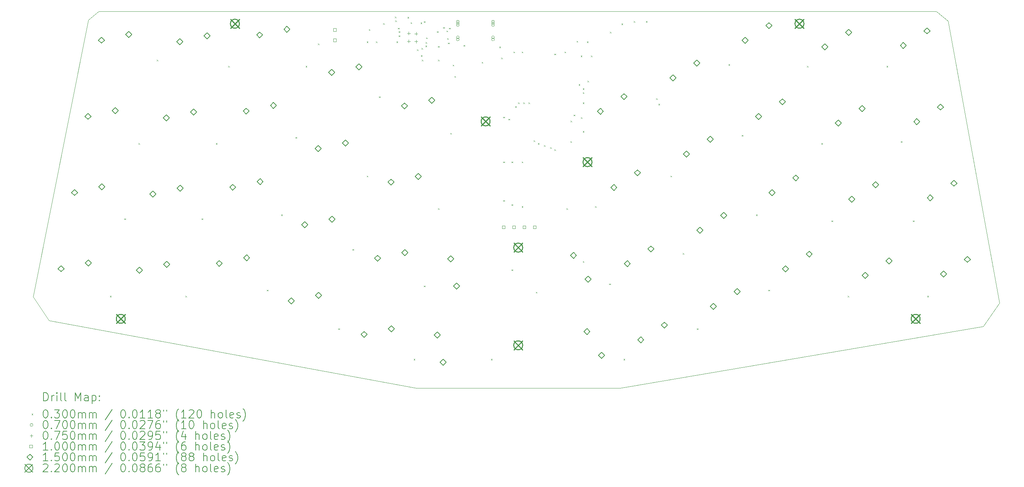
<source format=gbr>
%TF.GenerationSoftware,KiCad,Pcbnew,9.0.1*%
%TF.CreationDate,2025-05-05T23:15:39+01:00*%
%TF.ProjectId,keyboard,6b657962-6f61-4726-942e-6b696361645f,rev?*%
%TF.SameCoordinates,Original*%
%TF.FileFunction,Drillmap*%
%TF.FilePolarity,Positive*%
%FSLAX45Y45*%
G04 Gerber Fmt 4.5, Leading zero omitted, Abs format (unit mm)*
G04 Created by KiCad (PCBNEW 9.0.1) date 2025-05-05 23:15:39*
%MOMM*%
%LPD*%
G01*
G04 APERTURE LIST*
%ADD10C,0.050000*%
%ADD11C,0.200000*%
%ADD12C,0.100000*%
%ADD13C,0.150000*%
%ADD14C,0.220000*%
G04 APERTURE END LIST*
D10*
X25543190Y-4736003D02*
X26809992Y-11658168D01*
X26407089Y-12233900D01*
X17500000Y-13750000D01*
X12500000Y-13750000D01*
X3491727Y-12090581D01*
X3098058Y-11509710D01*
X4458621Y-4706893D01*
X4710990Y-4500000D01*
X25260077Y-4500000D01*
X25543190Y-4736003D01*
D11*
D12*
X4985000Y-11485000D02*
X5015000Y-11515000D01*
X5015000Y-11485000D02*
X4985000Y-11515000D01*
X5335000Y-9585000D02*
X5365000Y-9615000D01*
X5365000Y-9585000D02*
X5335000Y-9615000D01*
X5685000Y-7735000D02*
X5715000Y-7765000D01*
X5715000Y-7735000D02*
X5685000Y-7765000D01*
X6135000Y-5685000D02*
X6165000Y-5715000D01*
X6165000Y-5685000D02*
X6135000Y-5715000D01*
X6835000Y-11485000D02*
X6865000Y-11515000D01*
X6865000Y-11485000D02*
X6835000Y-11515000D01*
X7235000Y-9585000D02*
X7265000Y-9615000D01*
X7265000Y-9585000D02*
X7235000Y-9615000D01*
X7585000Y-7735000D02*
X7615000Y-7765000D01*
X7615000Y-7735000D02*
X7585000Y-7765000D01*
X7885000Y-5835000D02*
X7915000Y-5865000D01*
X7915000Y-5835000D02*
X7885000Y-5865000D01*
X8835000Y-11335000D02*
X8865000Y-11365000D01*
X8865000Y-11335000D02*
X8835000Y-11365000D01*
X9185000Y-9485000D02*
X9215000Y-9515000D01*
X9215000Y-9485000D02*
X9185000Y-9515000D01*
X9535000Y-7585000D02*
X9565000Y-7615000D01*
X9565000Y-7585000D02*
X9535000Y-7615000D01*
X9785000Y-5835000D02*
X9815000Y-5865000D01*
X9815000Y-5835000D02*
X9785000Y-5865000D01*
X10085000Y-5285000D02*
X10115000Y-5315000D01*
X10115000Y-5285000D02*
X10085000Y-5315000D01*
X10585000Y-12285000D02*
X10615000Y-12315000D01*
X10615000Y-12285000D02*
X10585000Y-12315000D01*
X10935000Y-10335000D02*
X10965000Y-10365000D01*
X10965000Y-10335000D02*
X10935000Y-10365000D01*
X11285000Y-5235000D02*
X11315000Y-5265000D01*
X11315000Y-5235000D02*
X11285000Y-5265000D01*
X11285000Y-8535000D02*
X11315000Y-8565000D01*
X11315000Y-8535000D02*
X11285000Y-8565000D01*
X11337820Y-4933790D02*
X11367820Y-4963790D01*
X11367820Y-4933790D02*
X11337820Y-4963790D01*
X11511399Y-5234718D02*
X11541399Y-5264718D01*
X11541399Y-5234718D02*
X11511399Y-5264718D01*
X11585000Y-6585000D02*
X11615000Y-6615000D01*
X11615000Y-6585000D02*
X11585000Y-6615000D01*
X11685000Y-4785000D02*
X11715000Y-4815000D01*
X11715000Y-4785000D02*
X11685000Y-4815000D01*
X11974257Y-4624185D02*
X12004257Y-4654185D01*
X12004257Y-4624185D02*
X11974257Y-4654185D01*
X11984150Y-4717673D02*
X12014150Y-4747673D01*
X12014150Y-4717673D02*
X11984150Y-4747673D01*
X12015052Y-5234087D02*
X12045052Y-5264087D01*
X12045052Y-5234087D02*
X12015052Y-5264087D01*
X12052515Y-4900011D02*
X12082515Y-4930011D01*
X12082515Y-4900011D02*
X12052515Y-4930011D01*
X12066589Y-5089387D02*
X12096589Y-5119387D01*
X12096589Y-5089387D02*
X12066589Y-5119387D01*
X12069655Y-4987671D02*
X12099655Y-5017671D01*
X12099655Y-4987671D02*
X12069655Y-5017671D01*
X12285000Y-4635000D02*
X12315000Y-4665000D01*
X12315000Y-4635000D02*
X12285000Y-4665000D01*
X12361757Y-4765229D02*
X12391757Y-4795229D01*
X12391757Y-4765229D02*
X12361757Y-4795229D01*
X12435000Y-13035000D02*
X12465000Y-13065000D01*
X12465000Y-13035000D02*
X12435000Y-13065000D01*
X12516725Y-5432310D02*
X12546725Y-5462310D01*
X12546725Y-5432310D02*
X12516725Y-5462310D01*
X12603981Y-4768852D02*
X12633981Y-4798852D01*
X12633981Y-4768852D02*
X12603981Y-4798852D01*
X12615313Y-5573959D02*
X12645313Y-5603959D01*
X12645313Y-5573959D02*
X12615313Y-5603959D01*
X12627766Y-5398581D02*
X12657766Y-5428581D01*
X12657766Y-5398581D02*
X12627766Y-5428581D01*
X12635000Y-5685000D02*
X12665000Y-5715000D01*
X12665000Y-5685000D02*
X12635000Y-5715000D01*
X12685000Y-11235000D02*
X12715000Y-11265000D01*
X12715000Y-11235000D02*
X12685000Y-11265000D01*
X12685003Y-4739389D02*
X12715003Y-4769389D01*
X12715003Y-4739389D02*
X12685003Y-4769389D01*
X12725322Y-5337976D02*
X12755322Y-5367976D01*
X12755322Y-5337976D02*
X12725322Y-5367976D01*
X12727342Y-5254183D02*
X12757342Y-5284183D01*
X12757342Y-5254183D02*
X12727342Y-5284183D01*
X12741089Y-5137406D02*
X12771089Y-5167406D01*
X12771089Y-5137406D02*
X12741089Y-5167406D01*
X13006772Y-4987141D02*
X13036772Y-5017141D01*
X13036772Y-4987141D02*
X13006772Y-5017141D01*
X13035000Y-5350947D02*
X13065000Y-5380947D01*
X13065000Y-5350947D02*
X13035000Y-5380947D01*
X13035000Y-5685000D02*
X13065000Y-5715000D01*
X13065000Y-5685000D02*
X13035000Y-5715000D01*
X13035000Y-9335000D02*
X13065000Y-9365000D01*
X13065000Y-9335000D02*
X13035000Y-9365000D01*
X13159095Y-4883276D02*
X13189095Y-4913276D01*
X13189095Y-4883276D02*
X13159095Y-4913276D01*
X13242784Y-4968127D02*
X13272784Y-4998127D01*
X13272784Y-4968127D02*
X13242784Y-4998127D01*
X13258653Y-5155966D02*
X13288653Y-5185966D01*
X13288653Y-5155966D02*
X13258653Y-5185966D01*
X13280304Y-5265315D02*
X13310304Y-5295315D01*
X13310304Y-5265315D02*
X13280304Y-5295315D01*
X13303126Y-4900702D02*
X13333126Y-4930702D01*
X13333126Y-4900702D02*
X13303126Y-4930702D01*
X13335000Y-7485000D02*
X13365000Y-7515000D01*
X13365000Y-7485000D02*
X13335000Y-7515000D01*
X13391587Y-5806896D02*
X13421587Y-5836896D01*
X13421587Y-5806896D02*
X13391587Y-5836896D01*
X13435000Y-6085000D02*
X13465000Y-6115000D01*
X13465000Y-6085000D02*
X13435000Y-6115000D01*
X13659262Y-5324400D02*
X13689262Y-5354400D01*
X13689262Y-5324400D02*
X13659262Y-5354400D01*
X14105642Y-5738150D02*
X14135642Y-5768150D01*
X14135642Y-5738150D02*
X14105642Y-5768150D01*
X14335000Y-13035000D02*
X14365000Y-13065000D01*
X14365000Y-13035000D02*
X14335000Y-13065000D01*
X14535000Y-5362000D02*
X14565000Y-5392000D01*
X14565000Y-5362000D02*
X14535000Y-5392000D01*
X14585000Y-5635000D02*
X14615000Y-5665000D01*
X14615000Y-5635000D02*
X14585000Y-5665000D01*
X14635000Y-7085000D02*
X14665000Y-7115000D01*
X14665000Y-7085000D02*
X14635000Y-7115000D01*
X14635000Y-8185000D02*
X14665000Y-8215000D01*
X14665000Y-8185000D02*
X14635000Y-8215000D01*
X14635000Y-9135000D02*
X14665000Y-9165000D01*
X14665000Y-9135000D02*
X14635000Y-9165000D01*
X14760484Y-7136144D02*
X14790484Y-7166144D01*
X14790484Y-7136144D02*
X14760484Y-7166144D01*
X14835000Y-8185000D02*
X14865000Y-8215000D01*
X14865000Y-8185000D02*
X14835000Y-8215000D01*
X14835000Y-9235000D02*
X14865000Y-9265000D01*
X14865000Y-9235000D02*
X14835000Y-9265000D01*
X14835000Y-10835000D02*
X14865000Y-10865000D01*
X14865000Y-10835000D02*
X14835000Y-10865000D01*
X14885000Y-5485000D02*
X14915000Y-5515000D01*
X14915000Y-5485000D02*
X14885000Y-5515000D01*
X14924279Y-6827962D02*
X14954279Y-6857962D01*
X14954279Y-6827962D02*
X14924279Y-6857962D01*
X14998000Y-6735000D02*
X15028000Y-6765000D01*
X15028000Y-6735000D02*
X14998000Y-6765000D01*
X15085000Y-5485000D02*
X15115000Y-5515000D01*
X15115000Y-5485000D02*
X15085000Y-5515000D01*
X15085000Y-8185000D02*
X15115000Y-8215000D01*
X15115000Y-8185000D02*
X15085000Y-8215000D01*
X15085000Y-9285000D02*
X15115000Y-9315000D01*
X15115000Y-9285000D02*
X15085000Y-9315000D01*
X15125000Y-6735000D02*
X15155000Y-6765000D01*
X15155000Y-6735000D02*
X15125000Y-6765000D01*
X15252000Y-6735000D02*
X15282000Y-6765000D01*
X15282000Y-6735000D02*
X15252000Y-6765000D01*
X15380963Y-7663822D02*
X15410963Y-7693822D01*
X15410963Y-7663822D02*
X15380963Y-7693822D01*
X15435000Y-11385000D02*
X15465000Y-11415000D01*
X15465000Y-11385000D02*
X15435000Y-11415000D01*
X15485000Y-7735000D02*
X15515000Y-7765000D01*
X15515000Y-7735000D02*
X15485000Y-7765000D01*
X15635000Y-7785000D02*
X15665000Y-7815000D01*
X15665000Y-7785000D02*
X15635000Y-7815000D01*
X15785000Y-7835000D02*
X15815000Y-7865000D01*
X15815000Y-7835000D02*
X15785000Y-7865000D01*
X15885000Y-5535000D02*
X15915000Y-5565000D01*
X15915000Y-5535000D02*
X15885000Y-5565000D01*
X15885000Y-7885000D02*
X15915000Y-7915000D01*
X15915000Y-7885000D02*
X15885000Y-7915000D01*
X16135000Y-5485000D02*
X16165000Y-5515000D01*
X16165000Y-5485000D02*
X16135000Y-5515000D01*
X16185000Y-9335000D02*
X16215000Y-9365000D01*
X16215000Y-9335000D02*
X16185000Y-9365000D01*
X16279350Y-7685425D02*
X16309350Y-7715425D01*
X16309350Y-7685425D02*
X16279350Y-7715425D01*
X16285000Y-7185000D02*
X16315000Y-7215000D01*
X16315000Y-7185000D02*
X16285000Y-7215000D01*
X16361346Y-7035000D02*
X16391346Y-7065000D01*
X16391346Y-7035000D02*
X16361346Y-7065000D01*
X16431218Y-5224419D02*
X16461218Y-5254419D01*
X16461218Y-5224419D02*
X16431218Y-5254419D01*
X16485000Y-6285000D02*
X16515000Y-6315000D01*
X16515000Y-6285000D02*
X16485000Y-6315000D01*
X16535000Y-5585000D02*
X16565000Y-5615000D01*
X16565000Y-5585000D02*
X16535000Y-5615000D01*
X16538093Y-7096468D02*
X16568093Y-7126468D01*
X16568093Y-7096468D02*
X16538093Y-7126468D01*
X16585000Y-6385000D02*
X16615000Y-6415000D01*
X16615000Y-6385000D02*
X16585000Y-6415000D01*
X16585000Y-6485000D02*
X16615000Y-6515000D01*
X16615000Y-6485000D02*
X16585000Y-6515000D01*
X16585000Y-6735000D02*
X16615000Y-6765000D01*
X16615000Y-6735000D02*
X16585000Y-6765000D01*
X16585000Y-7435000D02*
X16615000Y-7465000D01*
X16615000Y-7435000D02*
X16585000Y-7465000D01*
X16585000Y-10635000D02*
X16615000Y-10665000D01*
X16615000Y-10635000D02*
X16585000Y-10665000D01*
X16685000Y-5235000D02*
X16715000Y-5265000D01*
X16715000Y-5235000D02*
X16685000Y-5265000D01*
X16701573Y-6200723D02*
X16731573Y-6230723D01*
X16731573Y-6200723D02*
X16701573Y-6230723D01*
X16785000Y-5585000D02*
X16815000Y-5615000D01*
X16815000Y-5585000D02*
X16785000Y-5615000D01*
X16885000Y-9285000D02*
X16915000Y-9315000D01*
X16915000Y-9285000D02*
X16885000Y-9315000D01*
X17235000Y-11185000D02*
X17265000Y-11215000D01*
X17265000Y-11185000D02*
X17235000Y-11215000D01*
X17251288Y-5000865D02*
X17281288Y-5030865D01*
X17281288Y-5000865D02*
X17251288Y-5030865D01*
X17533019Y-4797323D02*
X17563019Y-4827323D01*
X17563019Y-4797323D02*
X17533019Y-4827323D01*
X17585000Y-13035000D02*
X17615000Y-13065000D01*
X17615000Y-13035000D02*
X17585000Y-13065000D01*
X17835000Y-4735000D02*
X17865000Y-4765000D01*
X17865000Y-4735000D02*
X17835000Y-4765000D01*
X18135000Y-4735000D02*
X18165000Y-4765000D01*
X18165000Y-4735000D02*
X18135000Y-4765000D01*
X18385000Y-6635000D02*
X18415000Y-6665000D01*
X18415000Y-6635000D02*
X18385000Y-6665000D01*
X18438299Y-6766647D02*
X18468299Y-6796647D01*
X18468299Y-6766647D02*
X18438299Y-6796647D01*
X18735000Y-8535000D02*
X18765000Y-8565000D01*
X18765000Y-8535000D02*
X18735000Y-8565000D01*
X19035000Y-10435000D02*
X19065000Y-10465000D01*
X19065000Y-10435000D02*
X19035000Y-10465000D01*
X19385000Y-12285000D02*
X19415000Y-12315000D01*
X19415000Y-12285000D02*
X19385000Y-12315000D01*
X20159287Y-5794067D02*
X20189287Y-5824067D01*
X20189287Y-5794067D02*
X20159287Y-5824067D01*
X20485000Y-7535000D02*
X20515000Y-7565000D01*
X20515000Y-7535000D02*
X20485000Y-7565000D01*
X20835000Y-9485000D02*
X20865000Y-9515000D01*
X20865000Y-9485000D02*
X20835000Y-9515000D01*
X21135000Y-11335000D02*
X21165000Y-11365000D01*
X21165000Y-11335000D02*
X21135000Y-11365000D01*
X22085000Y-5835000D02*
X22115000Y-5865000D01*
X22115000Y-5835000D02*
X22085000Y-5865000D01*
X22435000Y-7735000D02*
X22465000Y-7765000D01*
X22465000Y-7735000D02*
X22435000Y-7765000D01*
X22685000Y-9635000D02*
X22715000Y-9665000D01*
X22715000Y-9635000D02*
X22685000Y-9665000D01*
X23085000Y-11485000D02*
X23115000Y-11515000D01*
X23115000Y-11485000D02*
X23085000Y-11515000D01*
X24035000Y-5835000D02*
X24065000Y-5865000D01*
X24065000Y-5835000D02*
X24035000Y-5865000D01*
X24385000Y-7685000D02*
X24415000Y-7715000D01*
X24415000Y-7685000D02*
X24385000Y-7715000D01*
X24685000Y-9635000D02*
X24715000Y-9665000D01*
X24715000Y-9635000D02*
X24685000Y-9665000D01*
X25035000Y-11485000D02*
X25065000Y-11515000D01*
X25065000Y-11485000D02*
X25035000Y-11515000D01*
X13553000Y-4750000D02*
G75*
G02*
X13483000Y-4750000I-35000J0D01*
G01*
X13483000Y-4750000D02*
G75*
G02*
X13553000Y-4750000I35000J0D01*
G01*
X13553000Y-4790000D02*
G75*
G02*
X13483000Y-4790000I-35000J0D01*
G01*
X13483000Y-4790000D02*
G75*
G02*
X13553000Y-4790000I35000J0D01*
G01*
X13553000Y-4830000D02*
G75*
G02*
X13483000Y-4830000I-35000J0D01*
G01*
X13483000Y-4830000D02*
G75*
G02*
X13553000Y-4830000I35000J0D01*
G01*
X13553000Y-5135000D02*
G75*
G02*
X13483000Y-5135000I-35000J0D01*
G01*
X13483000Y-5135000D02*
G75*
G02*
X13553000Y-5135000I35000J0D01*
G01*
X13553000Y-5185000D02*
G75*
G02*
X13483000Y-5185000I-35000J0D01*
G01*
X13483000Y-5185000D02*
G75*
G02*
X13553000Y-5185000I35000J0D01*
G01*
X14417000Y-4750000D02*
G75*
G02*
X14347000Y-4750000I-35000J0D01*
G01*
X14347000Y-4750000D02*
G75*
G02*
X14417000Y-4750000I35000J0D01*
G01*
X14417000Y-4790000D02*
G75*
G02*
X14347000Y-4790000I-35000J0D01*
G01*
X14347000Y-4790000D02*
G75*
G02*
X14417000Y-4790000I35000J0D01*
G01*
X14417000Y-4830000D02*
G75*
G02*
X14347000Y-4830000I-35000J0D01*
G01*
X14347000Y-4830000D02*
G75*
G02*
X14417000Y-4830000I35000J0D01*
G01*
X14417000Y-5135000D02*
G75*
G02*
X14347000Y-5135000I-35000J0D01*
G01*
X14347000Y-5135000D02*
G75*
G02*
X14417000Y-5135000I35000J0D01*
G01*
X14417000Y-5185000D02*
G75*
G02*
X14347000Y-5185000I-35000J0D01*
G01*
X14347000Y-5185000D02*
G75*
G02*
X14417000Y-5185000I35000J0D01*
G01*
X12313463Y-5194607D02*
X12313463Y-5269607D01*
X12275963Y-5232107D02*
X12350963Y-5232107D01*
X12315000Y-4997500D02*
X12315000Y-5072500D01*
X12277500Y-5035000D02*
X12352500Y-5035000D01*
X12493902Y-5006343D02*
X12493902Y-5081343D01*
X12456402Y-5043843D02*
X12531402Y-5043843D01*
X12497354Y-5197713D02*
X12497354Y-5272713D01*
X12459854Y-5235213D02*
X12534854Y-5235213D01*
X10535356Y-4985356D02*
X10535356Y-4914644D01*
X10464644Y-4914644D01*
X10464644Y-4985356D01*
X10535356Y-4985356D01*
X10535356Y-5239356D02*
X10535356Y-5168644D01*
X10464644Y-5168644D01*
X10464644Y-5239356D01*
X10535356Y-5239356D01*
X14677356Y-9835356D02*
X14677356Y-9764644D01*
X14606644Y-9764644D01*
X14606644Y-9835356D01*
X14677356Y-9835356D01*
X14931356Y-9835356D02*
X14931356Y-9764644D01*
X14860644Y-9764644D01*
X14860644Y-9835356D01*
X14931356Y-9835356D01*
X15185356Y-9835356D02*
X15185356Y-9764644D01*
X15114644Y-9764644D01*
X15114644Y-9835356D01*
X15185356Y-9835356D01*
X15439356Y-9835356D02*
X15439356Y-9764644D01*
X15368644Y-9764644D01*
X15368644Y-9835356D01*
X15439356Y-9835356D01*
D13*
X3786450Y-10893530D02*
X3861450Y-10818530D01*
X3786450Y-10743530D01*
X3711450Y-10818530D01*
X3786450Y-10893530D01*
X4116382Y-9022396D02*
X4191382Y-8947396D01*
X4116382Y-8872396D01*
X4041382Y-8947396D01*
X4116382Y-9022396D01*
X4446314Y-7151261D02*
X4521314Y-7076261D01*
X4446314Y-7001261D01*
X4371314Y-7076261D01*
X4446314Y-7151261D01*
X4455910Y-10753656D02*
X4530910Y-10678656D01*
X4455910Y-10603656D01*
X4380910Y-10678656D01*
X4455910Y-10753656D01*
X4776245Y-5280126D02*
X4851245Y-5205126D01*
X4776245Y-5130126D01*
X4701245Y-5205126D01*
X4776245Y-5280126D01*
X4785842Y-8882521D02*
X4860842Y-8807521D01*
X4785842Y-8732521D01*
X4710842Y-8807521D01*
X4785842Y-8882521D01*
X5115773Y-7011386D02*
X5190773Y-6936386D01*
X5115773Y-6861386D01*
X5040773Y-6936386D01*
X5115773Y-7011386D01*
X5445705Y-5140252D02*
X5520705Y-5065252D01*
X5445705Y-4990252D01*
X5370705Y-5065252D01*
X5445705Y-5140252D01*
X5709680Y-10928020D02*
X5784680Y-10853020D01*
X5709680Y-10778020D01*
X5634680Y-10853020D01*
X5709680Y-10928020D01*
X6039611Y-9056885D02*
X6114611Y-8981885D01*
X6039611Y-8906885D01*
X5964611Y-8981885D01*
X6039611Y-9056885D01*
X6369543Y-7185750D02*
X6444543Y-7110750D01*
X6369543Y-7035750D01*
X6294543Y-7110750D01*
X6369543Y-7185750D01*
X6379139Y-10788145D02*
X6454139Y-10713145D01*
X6379139Y-10638145D01*
X6304139Y-10713145D01*
X6379139Y-10788145D01*
X6699474Y-5314616D02*
X6774474Y-5239616D01*
X6699474Y-5164616D01*
X6624474Y-5239616D01*
X6699474Y-5314616D01*
X6709071Y-8917010D02*
X6784071Y-8842010D01*
X6709071Y-8767010D01*
X6634071Y-8842010D01*
X6709071Y-8917010D01*
X7039002Y-7045876D02*
X7114002Y-6970876D01*
X7039002Y-6895876D01*
X6964002Y-6970876D01*
X7039002Y-7045876D01*
X7368934Y-5174741D02*
X7443934Y-5099741D01*
X7368934Y-5024741D01*
X7293934Y-5099741D01*
X7368934Y-5174741D01*
X7667638Y-10765547D02*
X7742638Y-10690547D01*
X7667638Y-10615547D01*
X7592638Y-10690547D01*
X7667638Y-10765547D01*
X7997570Y-8894413D02*
X8072570Y-8819413D01*
X7997570Y-8744413D01*
X7922570Y-8819413D01*
X7997570Y-8894413D01*
X8327502Y-7023278D02*
X8402502Y-6948278D01*
X8327502Y-6873278D01*
X8252502Y-6948278D01*
X8327502Y-7023278D01*
X8337098Y-10625673D02*
X8412098Y-10550673D01*
X8337098Y-10475673D01*
X8262098Y-10550673D01*
X8337098Y-10625673D01*
X8657433Y-5152143D02*
X8732433Y-5077143D01*
X8657433Y-5002143D01*
X8582433Y-5077143D01*
X8657433Y-5152143D01*
X8667030Y-8754538D02*
X8742030Y-8679538D01*
X8667030Y-8604538D01*
X8592030Y-8679538D01*
X8667030Y-8754538D01*
X8996961Y-6883403D02*
X9071961Y-6808403D01*
X8996961Y-6733403D01*
X8921961Y-6808403D01*
X8996961Y-6883403D01*
X9326893Y-5012269D02*
X9401893Y-4937269D01*
X9326893Y-4862269D01*
X9251893Y-4937269D01*
X9326893Y-5012269D01*
X9434584Y-11686363D02*
X9509584Y-11611363D01*
X9434584Y-11536363D01*
X9359584Y-11611363D01*
X9434584Y-11686363D01*
X9764516Y-9815229D02*
X9839516Y-9740229D01*
X9764516Y-9665229D01*
X9689516Y-9740229D01*
X9764516Y-9815229D01*
X10094447Y-7944094D02*
X10169447Y-7869094D01*
X10094447Y-7794094D01*
X10019447Y-7869094D01*
X10094447Y-7944094D01*
X10104044Y-11546489D02*
X10179044Y-11471489D01*
X10104044Y-11396489D01*
X10029044Y-11471489D01*
X10104044Y-11546489D01*
X10424379Y-6072959D02*
X10499379Y-5997959D01*
X10424379Y-5922959D01*
X10349379Y-5997959D01*
X10424379Y-6072959D01*
X10433975Y-9675354D02*
X10508975Y-9600354D01*
X10433975Y-9525354D01*
X10358975Y-9600354D01*
X10433975Y-9675354D01*
X10763907Y-7804219D02*
X10838907Y-7729219D01*
X10763907Y-7654219D01*
X10688907Y-7729219D01*
X10763907Y-7804219D01*
X11093838Y-5933085D02*
X11168838Y-5858085D01*
X11093838Y-5783085D01*
X11018838Y-5858085D01*
X11093838Y-5933085D01*
X11218895Y-12508699D02*
X11293895Y-12433699D01*
X11218895Y-12358699D01*
X11143895Y-12433699D01*
X11218895Y-12508699D01*
X11548826Y-10637564D02*
X11623826Y-10562564D01*
X11548826Y-10487564D01*
X11473826Y-10562564D01*
X11548826Y-10637564D01*
X11878758Y-8766429D02*
X11953758Y-8691429D01*
X11878758Y-8616429D01*
X11803758Y-8691429D01*
X11878758Y-8766429D01*
X11888354Y-12368824D02*
X11963354Y-12293824D01*
X11888354Y-12218824D01*
X11813354Y-12293824D01*
X11888354Y-12368824D01*
X12208690Y-6895295D02*
X12283690Y-6820295D01*
X12208690Y-6745295D01*
X12133690Y-6820295D01*
X12208690Y-6895295D01*
X12218286Y-10497690D02*
X12293286Y-10422690D01*
X12218286Y-10347690D01*
X12143286Y-10422690D01*
X12218286Y-10497690D01*
X12548217Y-8626555D02*
X12623217Y-8551555D01*
X12548217Y-8476555D01*
X12473217Y-8551555D01*
X12548217Y-8626555D01*
X12878149Y-6755420D02*
X12953149Y-6680420D01*
X12878149Y-6605420D01*
X12803149Y-6680420D01*
X12878149Y-6755420D01*
X13017053Y-12521135D02*
X13092053Y-12446135D01*
X13017053Y-12371135D01*
X12942053Y-12446135D01*
X13017053Y-12521135D01*
X13156928Y-13190594D02*
X13231928Y-13115594D01*
X13156928Y-13040594D01*
X13081928Y-13115594D01*
X13156928Y-13190594D01*
X13346985Y-10650000D02*
X13421985Y-10575000D01*
X13346985Y-10500000D01*
X13271985Y-10575000D01*
X13346985Y-10650000D01*
X13486860Y-11319459D02*
X13561860Y-11244459D01*
X13486860Y-11169459D01*
X13411860Y-11244459D01*
X13486860Y-11319459D01*
X16355840Y-10569036D02*
X16430840Y-10494036D01*
X16355840Y-10419036D01*
X16280840Y-10494036D01*
X16355840Y-10569036D01*
X16685771Y-12439561D02*
X16760771Y-12364561D01*
X16685771Y-12289561D01*
X16610771Y-12364561D01*
X16685771Y-12439561D01*
X16716248Y-11150282D02*
X16791248Y-11075282D01*
X16716248Y-11000282D01*
X16641248Y-11075282D01*
X16716248Y-11150282D01*
X17015906Y-7027005D02*
X17090906Y-6952005D01*
X17015906Y-6877005D01*
X16940906Y-6952005D01*
X17015906Y-7027005D01*
X17046179Y-13020807D02*
X17121179Y-12945807D01*
X17046179Y-12870807D01*
X16971179Y-12945807D01*
X17046179Y-13020807D01*
X17345838Y-8898139D02*
X17420838Y-8823139D01*
X17345838Y-8748139D01*
X17270838Y-8823139D01*
X17345838Y-8898139D01*
X17597153Y-6666597D02*
X17672153Y-6591597D01*
X17597153Y-6516597D01*
X17522153Y-6591597D01*
X17597153Y-6666597D01*
X17675770Y-10769274D02*
X17750770Y-10694274D01*
X17675770Y-10619274D01*
X17600770Y-10694274D01*
X17675770Y-10769274D01*
X17927084Y-8537732D02*
X18002084Y-8462732D01*
X17927084Y-8387732D01*
X17852084Y-8462732D01*
X17927084Y-8537732D01*
X18005701Y-12640409D02*
X18080701Y-12565409D01*
X18005701Y-12490409D01*
X17930701Y-12565409D01*
X18005701Y-12640409D01*
X18257016Y-10408866D02*
X18332016Y-10333866D01*
X18257016Y-10258866D01*
X18182016Y-10333866D01*
X18257016Y-10408866D01*
X18586947Y-12280001D02*
X18661947Y-12205001D01*
X18586947Y-12130001D01*
X18511947Y-12205001D01*
X18586947Y-12280001D01*
X18800217Y-6204669D02*
X18875217Y-6129669D01*
X18800217Y-6054669D01*
X18725217Y-6129669D01*
X18800217Y-6204669D01*
X19130149Y-8075804D02*
X19205149Y-8000804D01*
X19130149Y-7925804D01*
X19055149Y-8000804D01*
X19130149Y-8075804D01*
X19381463Y-5844261D02*
X19456463Y-5769261D01*
X19381463Y-5694261D01*
X19306463Y-5769261D01*
X19381463Y-5844261D01*
X19460080Y-9946939D02*
X19535080Y-9871939D01*
X19460080Y-9796939D01*
X19385080Y-9871939D01*
X19460080Y-9946939D01*
X19711395Y-7715396D02*
X19786395Y-7640396D01*
X19711395Y-7565396D01*
X19636395Y-7640396D01*
X19711395Y-7715396D01*
X19790012Y-11818073D02*
X19865012Y-11743073D01*
X19790012Y-11668073D01*
X19715012Y-11743073D01*
X19790012Y-11818073D01*
X20041327Y-9586531D02*
X20116327Y-9511531D01*
X20041327Y-9436531D01*
X19966327Y-9511531D01*
X20041327Y-9586531D01*
X20371258Y-11457666D02*
X20446258Y-11382666D01*
X20371258Y-11307666D01*
X20296258Y-11382666D01*
X20371258Y-11457666D01*
X20567163Y-5283853D02*
X20642163Y-5208853D01*
X20567163Y-5133853D01*
X20492163Y-5208853D01*
X20567163Y-5283853D01*
X20897094Y-7154988D02*
X20972094Y-7079988D01*
X20897094Y-7004988D01*
X20822094Y-7079988D01*
X20897094Y-7154988D01*
X21148409Y-4923445D02*
X21223409Y-4848445D01*
X21148409Y-4773445D01*
X21073409Y-4848445D01*
X21148409Y-4923445D01*
X21227026Y-9026123D02*
X21302026Y-8951123D01*
X21227026Y-8876123D01*
X21152026Y-8951123D01*
X21227026Y-9026123D01*
X21478341Y-6794580D02*
X21553341Y-6719580D01*
X21478341Y-6644580D01*
X21403341Y-6719580D01*
X21478341Y-6794580D01*
X21556958Y-10897257D02*
X21631958Y-10822257D01*
X21556958Y-10747257D01*
X21481958Y-10822257D01*
X21556958Y-10897257D01*
X21808272Y-8665715D02*
X21883272Y-8590715D01*
X21808272Y-8515715D01*
X21733272Y-8590715D01*
X21808272Y-8665715D01*
X22138204Y-10536849D02*
X22213204Y-10461849D01*
X22138204Y-10386849D01*
X22063204Y-10461849D01*
X22138204Y-10536849D01*
X22525122Y-5446325D02*
X22600122Y-5371325D01*
X22525122Y-5296325D01*
X22450122Y-5371325D01*
X22525122Y-5446325D01*
X22855053Y-7317460D02*
X22930053Y-7242460D01*
X22855053Y-7167460D01*
X22780053Y-7242460D01*
X22855053Y-7317460D01*
X23106368Y-5085918D02*
X23181368Y-5010918D01*
X23106368Y-4935918D01*
X23031368Y-5010918D01*
X23106368Y-5085918D01*
X23184985Y-9188595D02*
X23259985Y-9113595D01*
X23184985Y-9038595D01*
X23109985Y-9113595D01*
X23184985Y-9188595D01*
X23436300Y-6957052D02*
X23511300Y-6882052D01*
X23436300Y-6807052D01*
X23361300Y-6882052D01*
X23436300Y-6957052D01*
X23514916Y-11059730D02*
X23589916Y-10984730D01*
X23514916Y-10909730D01*
X23439916Y-10984730D01*
X23514916Y-11059730D01*
X23766231Y-8828187D02*
X23841231Y-8753187D01*
X23766231Y-8678187D01*
X23691231Y-8753187D01*
X23766231Y-8828187D01*
X24096163Y-10699322D02*
X24171163Y-10624322D01*
X24096163Y-10549322D01*
X24021163Y-10624322D01*
X24096163Y-10699322D01*
X24448351Y-5411836D02*
X24523351Y-5336836D01*
X24448351Y-5261836D01*
X24373351Y-5336836D01*
X24448351Y-5411836D01*
X24778282Y-7282971D02*
X24853282Y-7207971D01*
X24778282Y-7132971D01*
X24703282Y-7207971D01*
X24778282Y-7282971D01*
X25029597Y-5051428D02*
X25104597Y-4976428D01*
X25029597Y-4901428D01*
X24954597Y-4976428D01*
X25029597Y-5051428D01*
X25108214Y-9154106D02*
X25183214Y-9079106D01*
X25108214Y-9004106D01*
X25033214Y-9079106D01*
X25108214Y-9154106D01*
X25359529Y-6922563D02*
X25434529Y-6847563D01*
X25359529Y-6772563D01*
X25284529Y-6847563D01*
X25359529Y-6922563D01*
X25438145Y-11025240D02*
X25513145Y-10950240D01*
X25438145Y-10875240D01*
X25363145Y-10950240D01*
X25438145Y-11025240D01*
X25689460Y-8793698D02*
X25764460Y-8718698D01*
X25689460Y-8643698D01*
X25614460Y-8718698D01*
X25689460Y-8793698D01*
X26019392Y-10664833D02*
X26094392Y-10589833D01*
X26019392Y-10514833D01*
X25944392Y-10589833D01*
X26019392Y-10664833D01*
D14*
X5140000Y-11940000D02*
X5360000Y-12160000D01*
X5360000Y-11940000D02*
X5140000Y-12160000D01*
X5360000Y-12050000D02*
G75*
G02*
X5140000Y-12050000I-110000J0D01*
G01*
X5140000Y-12050000D02*
G75*
G02*
X5360000Y-12050000I110000J0D01*
G01*
X7940000Y-4690000D02*
X8160000Y-4910000D01*
X8160000Y-4690000D02*
X7940000Y-4910000D01*
X8160000Y-4800000D02*
G75*
G02*
X7940000Y-4800000I-110000J0D01*
G01*
X7940000Y-4800000D02*
G75*
G02*
X8160000Y-4800000I110000J0D01*
G01*
X14090000Y-7090000D02*
X14310000Y-7310000D01*
X14310000Y-7090000D02*
X14090000Y-7310000D01*
X14310000Y-7200000D02*
G75*
G02*
X14090000Y-7200000I-110000J0D01*
G01*
X14090000Y-7200000D02*
G75*
G02*
X14310000Y-7200000I110000J0D01*
G01*
X14890000Y-10190000D02*
X15110000Y-10410000D01*
X15110000Y-10190000D02*
X14890000Y-10410000D01*
X15110000Y-10300000D02*
G75*
G02*
X14890000Y-10300000I-110000J0D01*
G01*
X14890000Y-10300000D02*
G75*
G02*
X15110000Y-10300000I110000J0D01*
G01*
X14890000Y-12590000D02*
X15110000Y-12810000D01*
X15110000Y-12590000D02*
X14890000Y-12810000D01*
X15110000Y-12700000D02*
G75*
G02*
X14890000Y-12700000I-110000J0D01*
G01*
X14890000Y-12700000D02*
G75*
G02*
X15110000Y-12700000I110000J0D01*
G01*
X16590000Y-8090000D02*
X16810000Y-8310000D01*
X16810000Y-8090000D02*
X16590000Y-8310000D01*
X16810000Y-8200000D02*
G75*
G02*
X16590000Y-8200000I-110000J0D01*
G01*
X16590000Y-8200000D02*
G75*
G02*
X16810000Y-8200000I110000J0D01*
G01*
X21790000Y-4690000D02*
X22010000Y-4910000D01*
X22010000Y-4690000D02*
X21790000Y-4910000D01*
X22010000Y-4800000D02*
G75*
G02*
X21790000Y-4800000I-110000J0D01*
G01*
X21790000Y-4800000D02*
G75*
G02*
X22010000Y-4800000I110000J0D01*
G01*
X24640000Y-11940000D02*
X24860000Y-12160000D01*
X24860000Y-11940000D02*
X24640000Y-12160000D01*
X24860000Y-12050000D02*
G75*
G02*
X24640000Y-12050000I-110000J0D01*
G01*
X24640000Y-12050000D02*
G75*
G02*
X24860000Y-12050000I110000J0D01*
G01*
D11*
X3356335Y-14063984D02*
X3356335Y-13863984D01*
X3356335Y-13863984D02*
X3403954Y-13863984D01*
X3403954Y-13863984D02*
X3432525Y-13873508D01*
X3432525Y-13873508D02*
X3451573Y-13892555D01*
X3451573Y-13892555D02*
X3461097Y-13911603D01*
X3461097Y-13911603D02*
X3470621Y-13949698D01*
X3470621Y-13949698D02*
X3470621Y-13978269D01*
X3470621Y-13978269D02*
X3461097Y-14016365D01*
X3461097Y-14016365D02*
X3451573Y-14035412D01*
X3451573Y-14035412D02*
X3432525Y-14054460D01*
X3432525Y-14054460D02*
X3403954Y-14063984D01*
X3403954Y-14063984D02*
X3356335Y-14063984D01*
X3556335Y-14063984D02*
X3556335Y-13930650D01*
X3556335Y-13968746D02*
X3565859Y-13949698D01*
X3565859Y-13949698D02*
X3575382Y-13940174D01*
X3575382Y-13940174D02*
X3594430Y-13930650D01*
X3594430Y-13930650D02*
X3613478Y-13930650D01*
X3680144Y-14063984D02*
X3680144Y-13930650D01*
X3680144Y-13863984D02*
X3670621Y-13873508D01*
X3670621Y-13873508D02*
X3680144Y-13883031D01*
X3680144Y-13883031D02*
X3689668Y-13873508D01*
X3689668Y-13873508D02*
X3680144Y-13863984D01*
X3680144Y-13863984D02*
X3680144Y-13883031D01*
X3803954Y-14063984D02*
X3784906Y-14054460D01*
X3784906Y-14054460D02*
X3775382Y-14035412D01*
X3775382Y-14035412D02*
X3775382Y-13863984D01*
X3908716Y-14063984D02*
X3889668Y-14054460D01*
X3889668Y-14054460D02*
X3880144Y-14035412D01*
X3880144Y-14035412D02*
X3880144Y-13863984D01*
X4137287Y-14063984D02*
X4137287Y-13863984D01*
X4137287Y-13863984D02*
X4203954Y-14006841D01*
X4203954Y-14006841D02*
X4270621Y-13863984D01*
X4270621Y-13863984D02*
X4270621Y-14063984D01*
X4451573Y-14063984D02*
X4451573Y-13959222D01*
X4451573Y-13959222D02*
X4442049Y-13940174D01*
X4442049Y-13940174D02*
X4423002Y-13930650D01*
X4423002Y-13930650D02*
X4384906Y-13930650D01*
X4384906Y-13930650D02*
X4365859Y-13940174D01*
X4451573Y-14054460D02*
X4432525Y-14063984D01*
X4432525Y-14063984D02*
X4384906Y-14063984D01*
X4384906Y-14063984D02*
X4365859Y-14054460D01*
X4365859Y-14054460D02*
X4356335Y-14035412D01*
X4356335Y-14035412D02*
X4356335Y-14016365D01*
X4356335Y-14016365D02*
X4365859Y-13997317D01*
X4365859Y-13997317D02*
X4384906Y-13987793D01*
X4384906Y-13987793D02*
X4432525Y-13987793D01*
X4432525Y-13987793D02*
X4451573Y-13978269D01*
X4546811Y-13930650D02*
X4546811Y-14130650D01*
X4546811Y-13940174D02*
X4565859Y-13930650D01*
X4565859Y-13930650D02*
X4603954Y-13930650D01*
X4603954Y-13930650D02*
X4623002Y-13940174D01*
X4623002Y-13940174D02*
X4632525Y-13949698D01*
X4632525Y-13949698D02*
X4642049Y-13968746D01*
X4642049Y-13968746D02*
X4642049Y-14025888D01*
X4642049Y-14025888D02*
X4632525Y-14044936D01*
X4632525Y-14044936D02*
X4623002Y-14054460D01*
X4623002Y-14054460D02*
X4603954Y-14063984D01*
X4603954Y-14063984D02*
X4565859Y-14063984D01*
X4565859Y-14063984D02*
X4546811Y-14054460D01*
X4727764Y-14044936D02*
X4737287Y-14054460D01*
X4737287Y-14054460D02*
X4727764Y-14063984D01*
X4727764Y-14063984D02*
X4718240Y-14054460D01*
X4718240Y-14054460D02*
X4727764Y-14044936D01*
X4727764Y-14044936D02*
X4727764Y-14063984D01*
X4727764Y-13940174D02*
X4737287Y-13949698D01*
X4737287Y-13949698D02*
X4727764Y-13959222D01*
X4727764Y-13959222D02*
X4718240Y-13949698D01*
X4718240Y-13949698D02*
X4727764Y-13940174D01*
X4727764Y-13940174D02*
X4727764Y-13959222D01*
D12*
X3065558Y-14377500D02*
X3095558Y-14407500D01*
X3095558Y-14377500D02*
X3065558Y-14407500D01*
D11*
X3394430Y-14283984D02*
X3413478Y-14283984D01*
X3413478Y-14283984D02*
X3432525Y-14293508D01*
X3432525Y-14293508D02*
X3442049Y-14303031D01*
X3442049Y-14303031D02*
X3451573Y-14322079D01*
X3451573Y-14322079D02*
X3461097Y-14360174D01*
X3461097Y-14360174D02*
X3461097Y-14407793D01*
X3461097Y-14407793D02*
X3451573Y-14445888D01*
X3451573Y-14445888D02*
X3442049Y-14464936D01*
X3442049Y-14464936D02*
X3432525Y-14474460D01*
X3432525Y-14474460D02*
X3413478Y-14483984D01*
X3413478Y-14483984D02*
X3394430Y-14483984D01*
X3394430Y-14483984D02*
X3375382Y-14474460D01*
X3375382Y-14474460D02*
X3365859Y-14464936D01*
X3365859Y-14464936D02*
X3356335Y-14445888D01*
X3356335Y-14445888D02*
X3346811Y-14407793D01*
X3346811Y-14407793D02*
X3346811Y-14360174D01*
X3346811Y-14360174D02*
X3356335Y-14322079D01*
X3356335Y-14322079D02*
X3365859Y-14303031D01*
X3365859Y-14303031D02*
X3375382Y-14293508D01*
X3375382Y-14293508D02*
X3394430Y-14283984D01*
X3546811Y-14464936D02*
X3556335Y-14474460D01*
X3556335Y-14474460D02*
X3546811Y-14483984D01*
X3546811Y-14483984D02*
X3537287Y-14474460D01*
X3537287Y-14474460D02*
X3546811Y-14464936D01*
X3546811Y-14464936D02*
X3546811Y-14483984D01*
X3623002Y-14283984D02*
X3746811Y-14283984D01*
X3746811Y-14283984D02*
X3680144Y-14360174D01*
X3680144Y-14360174D02*
X3708716Y-14360174D01*
X3708716Y-14360174D02*
X3727763Y-14369698D01*
X3727763Y-14369698D02*
X3737287Y-14379222D01*
X3737287Y-14379222D02*
X3746811Y-14398269D01*
X3746811Y-14398269D02*
X3746811Y-14445888D01*
X3746811Y-14445888D02*
X3737287Y-14464936D01*
X3737287Y-14464936D02*
X3727763Y-14474460D01*
X3727763Y-14474460D02*
X3708716Y-14483984D01*
X3708716Y-14483984D02*
X3651573Y-14483984D01*
X3651573Y-14483984D02*
X3632525Y-14474460D01*
X3632525Y-14474460D02*
X3623002Y-14464936D01*
X3870621Y-14283984D02*
X3889668Y-14283984D01*
X3889668Y-14283984D02*
X3908716Y-14293508D01*
X3908716Y-14293508D02*
X3918240Y-14303031D01*
X3918240Y-14303031D02*
X3927763Y-14322079D01*
X3927763Y-14322079D02*
X3937287Y-14360174D01*
X3937287Y-14360174D02*
X3937287Y-14407793D01*
X3937287Y-14407793D02*
X3927763Y-14445888D01*
X3927763Y-14445888D02*
X3918240Y-14464936D01*
X3918240Y-14464936D02*
X3908716Y-14474460D01*
X3908716Y-14474460D02*
X3889668Y-14483984D01*
X3889668Y-14483984D02*
X3870621Y-14483984D01*
X3870621Y-14483984D02*
X3851573Y-14474460D01*
X3851573Y-14474460D02*
X3842049Y-14464936D01*
X3842049Y-14464936D02*
X3832525Y-14445888D01*
X3832525Y-14445888D02*
X3823002Y-14407793D01*
X3823002Y-14407793D02*
X3823002Y-14360174D01*
X3823002Y-14360174D02*
X3832525Y-14322079D01*
X3832525Y-14322079D02*
X3842049Y-14303031D01*
X3842049Y-14303031D02*
X3851573Y-14293508D01*
X3851573Y-14293508D02*
X3870621Y-14283984D01*
X4061097Y-14283984D02*
X4080144Y-14283984D01*
X4080144Y-14283984D02*
X4099192Y-14293508D01*
X4099192Y-14293508D02*
X4108716Y-14303031D01*
X4108716Y-14303031D02*
X4118240Y-14322079D01*
X4118240Y-14322079D02*
X4127763Y-14360174D01*
X4127763Y-14360174D02*
X4127763Y-14407793D01*
X4127763Y-14407793D02*
X4118240Y-14445888D01*
X4118240Y-14445888D02*
X4108716Y-14464936D01*
X4108716Y-14464936D02*
X4099192Y-14474460D01*
X4099192Y-14474460D02*
X4080144Y-14483984D01*
X4080144Y-14483984D02*
X4061097Y-14483984D01*
X4061097Y-14483984D02*
X4042049Y-14474460D01*
X4042049Y-14474460D02*
X4032525Y-14464936D01*
X4032525Y-14464936D02*
X4023002Y-14445888D01*
X4023002Y-14445888D02*
X4013478Y-14407793D01*
X4013478Y-14407793D02*
X4013478Y-14360174D01*
X4013478Y-14360174D02*
X4023002Y-14322079D01*
X4023002Y-14322079D02*
X4032525Y-14303031D01*
X4032525Y-14303031D02*
X4042049Y-14293508D01*
X4042049Y-14293508D02*
X4061097Y-14283984D01*
X4213478Y-14483984D02*
X4213478Y-14350650D01*
X4213478Y-14369698D02*
X4223002Y-14360174D01*
X4223002Y-14360174D02*
X4242049Y-14350650D01*
X4242049Y-14350650D02*
X4270621Y-14350650D01*
X4270621Y-14350650D02*
X4289668Y-14360174D01*
X4289668Y-14360174D02*
X4299192Y-14379222D01*
X4299192Y-14379222D02*
X4299192Y-14483984D01*
X4299192Y-14379222D02*
X4308716Y-14360174D01*
X4308716Y-14360174D02*
X4327764Y-14350650D01*
X4327764Y-14350650D02*
X4356335Y-14350650D01*
X4356335Y-14350650D02*
X4375383Y-14360174D01*
X4375383Y-14360174D02*
X4384906Y-14379222D01*
X4384906Y-14379222D02*
X4384906Y-14483984D01*
X4480145Y-14483984D02*
X4480145Y-14350650D01*
X4480145Y-14369698D02*
X4489668Y-14360174D01*
X4489668Y-14360174D02*
X4508716Y-14350650D01*
X4508716Y-14350650D02*
X4537287Y-14350650D01*
X4537287Y-14350650D02*
X4556335Y-14360174D01*
X4556335Y-14360174D02*
X4565859Y-14379222D01*
X4565859Y-14379222D02*
X4565859Y-14483984D01*
X4565859Y-14379222D02*
X4575383Y-14360174D01*
X4575383Y-14360174D02*
X4594430Y-14350650D01*
X4594430Y-14350650D02*
X4623002Y-14350650D01*
X4623002Y-14350650D02*
X4642049Y-14360174D01*
X4642049Y-14360174D02*
X4651573Y-14379222D01*
X4651573Y-14379222D02*
X4651573Y-14483984D01*
X5042049Y-14274460D02*
X4870621Y-14531603D01*
X5299192Y-14283984D02*
X5318240Y-14283984D01*
X5318240Y-14283984D02*
X5337288Y-14293508D01*
X5337288Y-14293508D02*
X5346811Y-14303031D01*
X5346811Y-14303031D02*
X5356335Y-14322079D01*
X5356335Y-14322079D02*
X5365859Y-14360174D01*
X5365859Y-14360174D02*
X5365859Y-14407793D01*
X5365859Y-14407793D02*
X5356335Y-14445888D01*
X5356335Y-14445888D02*
X5346811Y-14464936D01*
X5346811Y-14464936D02*
X5337288Y-14474460D01*
X5337288Y-14474460D02*
X5318240Y-14483984D01*
X5318240Y-14483984D02*
X5299192Y-14483984D01*
X5299192Y-14483984D02*
X5280145Y-14474460D01*
X5280145Y-14474460D02*
X5270621Y-14464936D01*
X5270621Y-14464936D02*
X5261097Y-14445888D01*
X5261097Y-14445888D02*
X5251573Y-14407793D01*
X5251573Y-14407793D02*
X5251573Y-14360174D01*
X5251573Y-14360174D02*
X5261097Y-14322079D01*
X5261097Y-14322079D02*
X5270621Y-14303031D01*
X5270621Y-14303031D02*
X5280145Y-14293508D01*
X5280145Y-14293508D02*
X5299192Y-14283984D01*
X5451573Y-14464936D02*
X5461097Y-14474460D01*
X5461097Y-14474460D02*
X5451573Y-14483984D01*
X5451573Y-14483984D02*
X5442049Y-14474460D01*
X5442049Y-14474460D02*
X5451573Y-14464936D01*
X5451573Y-14464936D02*
X5451573Y-14483984D01*
X5584907Y-14283984D02*
X5603954Y-14283984D01*
X5603954Y-14283984D02*
X5623002Y-14293508D01*
X5623002Y-14293508D02*
X5632526Y-14303031D01*
X5632526Y-14303031D02*
X5642049Y-14322079D01*
X5642049Y-14322079D02*
X5651573Y-14360174D01*
X5651573Y-14360174D02*
X5651573Y-14407793D01*
X5651573Y-14407793D02*
X5642049Y-14445888D01*
X5642049Y-14445888D02*
X5632526Y-14464936D01*
X5632526Y-14464936D02*
X5623002Y-14474460D01*
X5623002Y-14474460D02*
X5603954Y-14483984D01*
X5603954Y-14483984D02*
X5584907Y-14483984D01*
X5584907Y-14483984D02*
X5565859Y-14474460D01*
X5565859Y-14474460D02*
X5556335Y-14464936D01*
X5556335Y-14464936D02*
X5546811Y-14445888D01*
X5546811Y-14445888D02*
X5537288Y-14407793D01*
X5537288Y-14407793D02*
X5537288Y-14360174D01*
X5537288Y-14360174D02*
X5546811Y-14322079D01*
X5546811Y-14322079D02*
X5556335Y-14303031D01*
X5556335Y-14303031D02*
X5565859Y-14293508D01*
X5565859Y-14293508D02*
X5584907Y-14283984D01*
X5842049Y-14483984D02*
X5727764Y-14483984D01*
X5784906Y-14483984D02*
X5784906Y-14283984D01*
X5784906Y-14283984D02*
X5765859Y-14312555D01*
X5765859Y-14312555D02*
X5746811Y-14331603D01*
X5746811Y-14331603D02*
X5727764Y-14341127D01*
X6032526Y-14483984D02*
X5918240Y-14483984D01*
X5975383Y-14483984D02*
X5975383Y-14283984D01*
X5975383Y-14283984D02*
X5956335Y-14312555D01*
X5956335Y-14312555D02*
X5937287Y-14331603D01*
X5937287Y-14331603D02*
X5918240Y-14341127D01*
X6146811Y-14369698D02*
X6127764Y-14360174D01*
X6127764Y-14360174D02*
X6118240Y-14350650D01*
X6118240Y-14350650D02*
X6108716Y-14331603D01*
X6108716Y-14331603D02*
X6108716Y-14322079D01*
X6108716Y-14322079D02*
X6118240Y-14303031D01*
X6118240Y-14303031D02*
X6127764Y-14293508D01*
X6127764Y-14293508D02*
X6146811Y-14283984D01*
X6146811Y-14283984D02*
X6184907Y-14283984D01*
X6184907Y-14283984D02*
X6203954Y-14293508D01*
X6203954Y-14293508D02*
X6213478Y-14303031D01*
X6213478Y-14303031D02*
X6223002Y-14322079D01*
X6223002Y-14322079D02*
X6223002Y-14331603D01*
X6223002Y-14331603D02*
X6213478Y-14350650D01*
X6213478Y-14350650D02*
X6203954Y-14360174D01*
X6203954Y-14360174D02*
X6184907Y-14369698D01*
X6184907Y-14369698D02*
X6146811Y-14369698D01*
X6146811Y-14369698D02*
X6127764Y-14379222D01*
X6127764Y-14379222D02*
X6118240Y-14388746D01*
X6118240Y-14388746D02*
X6108716Y-14407793D01*
X6108716Y-14407793D02*
X6108716Y-14445888D01*
X6108716Y-14445888D02*
X6118240Y-14464936D01*
X6118240Y-14464936D02*
X6127764Y-14474460D01*
X6127764Y-14474460D02*
X6146811Y-14483984D01*
X6146811Y-14483984D02*
X6184907Y-14483984D01*
X6184907Y-14483984D02*
X6203954Y-14474460D01*
X6203954Y-14474460D02*
X6213478Y-14464936D01*
X6213478Y-14464936D02*
X6223002Y-14445888D01*
X6223002Y-14445888D02*
X6223002Y-14407793D01*
X6223002Y-14407793D02*
X6213478Y-14388746D01*
X6213478Y-14388746D02*
X6203954Y-14379222D01*
X6203954Y-14379222D02*
X6184907Y-14369698D01*
X6299192Y-14283984D02*
X6299192Y-14322079D01*
X6375383Y-14283984D02*
X6375383Y-14322079D01*
X6670621Y-14560174D02*
X6661097Y-14550650D01*
X6661097Y-14550650D02*
X6642049Y-14522079D01*
X6642049Y-14522079D02*
X6632526Y-14503031D01*
X6632526Y-14503031D02*
X6623002Y-14474460D01*
X6623002Y-14474460D02*
X6613478Y-14426841D01*
X6613478Y-14426841D02*
X6613478Y-14388746D01*
X6613478Y-14388746D02*
X6623002Y-14341127D01*
X6623002Y-14341127D02*
X6632526Y-14312555D01*
X6632526Y-14312555D02*
X6642049Y-14293508D01*
X6642049Y-14293508D02*
X6661097Y-14264936D01*
X6661097Y-14264936D02*
X6670621Y-14255412D01*
X6851573Y-14483984D02*
X6737288Y-14483984D01*
X6794430Y-14483984D02*
X6794430Y-14283984D01*
X6794430Y-14283984D02*
X6775383Y-14312555D01*
X6775383Y-14312555D02*
X6756335Y-14331603D01*
X6756335Y-14331603D02*
X6737288Y-14341127D01*
X6927764Y-14303031D02*
X6937288Y-14293508D01*
X6937288Y-14293508D02*
X6956335Y-14283984D01*
X6956335Y-14283984D02*
X7003954Y-14283984D01*
X7003954Y-14283984D02*
X7023002Y-14293508D01*
X7023002Y-14293508D02*
X7032526Y-14303031D01*
X7032526Y-14303031D02*
X7042049Y-14322079D01*
X7042049Y-14322079D02*
X7042049Y-14341127D01*
X7042049Y-14341127D02*
X7032526Y-14369698D01*
X7032526Y-14369698D02*
X6918240Y-14483984D01*
X6918240Y-14483984D02*
X7042049Y-14483984D01*
X7165859Y-14283984D02*
X7184907Y-14283984D01*
X7184907Y-14283984D02*
X7203954Y-14293508D01*
X7203954Y-14293508D02*
X7213478Y-14303031D01*
X7213478Y-14303031D02*
X7223002Y-14322079D01*
X7223002Y-14322079D02*
X7232526Y-14360174D01*
X7232526Y-14360174D02*
X7232526Y-14407793D01*
X7232526Y-14407793D02*
X7223002Y-14445888D01*
X7223002Y-14445888D02*
X7213478Y-14464936D01*
X7213478Y-14464936D02*
X7203954Y-14474460D01*
X7203954Y-14474460D02*
X7184907Y-14483984D01*
X7184907Y-14483984D02*
X7165859Y-14483984D01*
X7165859Y-14483984D02*
X7146811Y-14474460D01*
X7146811Y-14474460D02*
X7137288Y-14464936D01*
X7137288Y-14464936D02*
X7127764Y-14445888D01*
X7127764Y-14445888D02*
X7118240Y-14407793D01*
X7118240Y-14407793D02*
X7118240Y-14360174D01*
X7118240Y-14360174D02*
X7127764Y-14322079D01*
X7127764Y-14322079D02*
X7137288Y-14303031D01*
X7137288Y-14303031D02*
X7146811Y-14293508D01*
X7146811Y-14293508D02*
X7165859Y-14283984D01*
X7470621Y-14483984D02*
X7470621Y-14283984D01*
X7556335Y-14483984D02*
X7556335Y-14379222D01*
X7556335Y-14379222D02*
X7546811Y-14360174D01*
X7546811Y-14360174D02*
X7527764Y-14350650D01*
X7527764Y-14350650D02*
X7499192Y-14350650D01*
X7499192Y-14350650D02*
X7480145Y-14360174D01*
X7480145Y-14360174D02*
X7470621Y-14369698D01*
X7680145Y-14483984D02*
X7661097Y-14474460D01*
X7661097Y-14474460D02*
X7651573Y-14464936D01*
X7651573Y-14464936D02*
X7642050Y-14445888D01*
X7642050Y-14445888D02*
X7642050Y-14388746D01*
X7642050Y-14388746D02*
X7651573Y-14369698D01*
X7651573Y-14369698D02*
X7661097Y-14360174D01*
X7661097Y-14360174D02*
X7680145Y-14350650D01*
X7680145Y-14350650D02*
X7708716Y-14350650D01*
X7708716Y-14350650D02*
X7727764Y-14360174D01*
X7727764Y-14360174D02*
X7737288Y-14369698D01*
X7737288Y-14369698D02*
X7746811Y-14388746D01*
X7746811Y-14388746D02*
X7746811Y-14445888D01*
X7746811Y-14445888D02*
X7737288Y-14464936D01*
X7737288Y-14464936D02*
X7727764Y-14474460D01*
X7727764Y-14474460D02*
X7708716Y-14483984D01*
X7708716Y-14483984D02*
X7680145Y-14483984D01*
X7861097Y-14483984D02*
X7842050Y-14474460D01*
X7842050Y-14474460D02*
X7832526Y-14455412D01*
X7832526Y-14455412D02*
X7832526Y-14283984D01*
X8013478Y-14474460D02*
X7994431Y-14483984D01*
X7994431Y-14483984D02*
X7956335Y-14483984D01*
X7956335Y-14483984D02*
X7937288Y-14474460D01*
X7937288Y-14474460D02*
X7927764Y-14455412D01*
X7927764Y-14455412D02*
X7927764Y-14379222D01*
X7927764Y-14379222D02*
X7937288Y-14360174D01*
X7937288Y-14360174D02*
X7956335Y-14350650D01*
X7956335Y-14350650D02*
X7994431Y-14350650D01*
X7994431Y-14350650D02*
X8013478Y-14360174D01*
X8013478Y-14360174D02*
X8023002Y-14379222D01*
X8023002Y-14379222D02*
X8023002Y-14398269D01*
X8023002Y-14398269D02*
X7927764Y-14417317D01*
X8099192Y-14474460D02*
X8118240Y-14483984D01*
X8118240Y-14483984D02*
X8156335Y-14483984D01*
X8156335Y-14483984D02*
X8175383Y-14474460D01*
X8175383Y-14474460D02*
X8184907Y-14455412D01*
X8184907Y-14455412D02*
X8184907Y-14445888D01*
X8184907Y-14445888D02*
X8175383Y-14426841D01*
X8175383Y-14426841D02*
X8156335Y-14417317D01*
X8156335Y-14417317D02*
X8127764Y-14417317D01*
X8127764Y-14417317D02*
X8108716Y-14407793D01*
X8108716Y-14407793D02*
X8099192Y-14388746D01*
X8099192Y-14388746D02*
X8099192Y-14379222D01*
X8099192Y-14379222D02*
X8108716Y-14360174D01*
X8108716Y-14360174D02*
X8127764Y-14350650D01*
X8127764Y-14350650D02*
X8156335Y-14350650D01*
X8156335Y-14350650D02*
X8175383Y-14360174D01*
X8251573Y-14560174D02*
X8261097Y-14550650D01*
X8261097Y-14550650D02*
X8280145Y-14522079D01*
X8280145Y-14522079D02*
X8289669Y-14503031D01*
X8289669Y-14503031D02*
X8299192Y-14474460D01*
X8299192Y-14474460D02*
X8308716Y-14426841D01*
X8308716Y-14426841D02*
X8308716Y-14388746D01*
X8308716Y-14388746D02*
X8299192Y-14341127D01*
X8299192Y-14341127D02*
X8289669Y-14312555D01*
X8289669Y-14312555D02*
X8280145Y-14293508D01*
X8280145Y-14293508D02*
X8261097Y-14264936D01*
X8261097Y-14264936D02*
X8251573Y-14255412D01*
D12*
X3095558Y-14656500D02*
G75*
G02*
X3025558Y-14656500I-35000J0D01*
G01*
X3025558Y-14656500D02*
G75*
G02*
X3095558Y-14656500I35000J0D01*
G01*
D11*
X3394430Y-14547984D02*
X3413478Y-14547984D01*
X3413478Y-14547984D02*
X3432525Y-14557508D01*
X3432525Y-14557508D02*
X3442049Y-14567031D01*
X3442049Y-14567031D02*
X3451573Y-14586079D01*
X3451573Y-14586079D02*
X3461097Y-14624174D01*
X3461097Y-14624174D02*
X3461097Y-14671793D01*
X3461097Y-14671793D02*
X3451573Y-14709888D01*
X3451573Y-14709888D02*
X3442049Y-14728936D01*
X3442049Y-14728936D02*
X3432525Y-14738460D01*
X3432525Y-14738460D02*
X3413478Y-14747984D01*
X3413478Y-14747984D02*
X3394430Y-14747984D01*
X3394430Y-14747984D02*
X3375382Y-14738460D01*
X3375382Y-14738460D02*
X3365859Y-14728936D01*
X3365859Y-14728936D02*
X3356335Y-14709888D01*
X3356335Y-14709888D02*
X3346811Y-14671793D01*
X3346811Y-14671793D02*
X3346811Y-14624174D01*
X3346811Y-14624174D02*
X3356335Y-14586079D01*
X3356335Y-14586079D02*
X3365859Y-14567031D01*
X3365859Y-14567031D02*
X3375382Y-14557508D01*
X3375382Y-14557508D02*
X3394430Y-14547984D01*
X3546811Y-14728936D02*
X3556335Y-14738460D01*
X3556335Y-14738460D02*
X3546811Y-14747984D01*
X3546811Y-14747984D02*
X3537287Y-14738460D01*
X3537287Y-14738460D02*
X3546811Y-14728936D01*
X3546811Y-14728936D02*
X3546811Y-14747984D01*
X3623002Y-14547984D02*
X3756335Y-14547984D01*
X3756335Y-14547984D02*
X3670621Y-14747984D01*
X3870621Y-14547984D02*
X3889668Y-14547984D01*
X3889668Y-14547984D02*
X3908716Y-14557508D01*
X3908716Y-14557508D02*
X3918240Y-14567031D01*
X3918240Y-14567031D02*
X3927763Y-14586079D01*
X3927763Y-14586079D02*
X3937287Y-14624174D01*
X3937287Y-14624174D02*
X3937287Y-14671793D01*
X3937287Y-14671793D02*
X3927763Y-14709888D01*
X3927763Y-14709888D02*
X3918240Y-14728936D01*
X3918240Y-14728936D02*
X3908716Y-14738460D01*
X3908716Y-14738460D02*
X3889668Y-14747984D01*
X3889668Y-14747984D02*
X3870621Y-14747984D01*
X3870621Y-14747984D02*
X3851573Y-14738460D01*
X3851573Y-14738460D02*
X3842049Y-14728936D01*
X3842049Y-14728936D02*
X3832525Y-14709888D01*
X3832525Y-14709888D02*
X3823002Y-14671793D01*
X3823002Y-14671793D02*
X3823002Y-14624174D01*
X3823002Y-14624174D02*
X3832525Y-14586079D01*
X3832525Y-14586079D02*
X3842049Y-14567031D01*
X3842049Y-14567031D02*
X3851573Y-14557508D01*
X3851573Y-14557508D02*
X3870621Y-14547984D01*
X4061097Y-14547984D02*
X4080144Y-14547984D01*
X4080144Y-14547984D02*
X4099192Y-14557508D01*
X4099192Y-14557508D02*
X4108716Y-14567031D01*
X4108716Y-14567031D02*
X4118240Y-14586079D01*
X4118240Y-14586079D02*
X4127763Y-14624174D01*
X4127763Y-14624174D02*
X4127763Y-14671793D01*
X4127763Y-14671793D02*
X4118240Y-14709888D01*
X4118240Y-14709888D02*
X4108716Y-14728936D01*
X4108716Y-14728936D02*
X4099192Y-14738460D01*
X4099192Y-14738460D02*
X4080144Y-14747984D01*
X4080144Y-14747984D02*
X4061097Y-14747984D01*
X4061097Y-14747984D02*
X4042049Y-14738460D01*
X4042049Y-14738460D02*
X4032525Y-14728936D01*
X4032525Y-14728936D02*
X4023002Y-14709888D01*
X4023002Y-14709888D02*
X4013478Y-14671793D01*
X4013478Y-14671793D02*
X4013478Y-14624174D01*
X4013478Y-14624174D02*
X4023002Y-14586079D01*
X4023002Y-14586079D02*
X4032525Y-14567031D01*
X4032525Y-14567031D02*
X4042049Y-14557508D01*
X4042049Y-14557508D02*
X4061097Y-14547984D01*
X4213478Y-14747984D02*
X4213478Y-14614650D01*
X4213478Y-14633698D02*
X4223002Y-14624174D01*
X4223002Y-14624174D02*
X4242049Y-14614650D01*
X4242049Y-14614650D02*
X4270621Y-14614650D01*
X4270621Y-14614650D02*
X4289668Y-14624174D01*
X4289668Y-14624174D02*
X4299192Y-14643222D01*
X4299192Y-14643222D02*
X4299192Y-14747984D01*
X4299192Y-14643222D02*
X4308716Y-14624174D01*
X4308716Y-14624174D02*
X4327764Y-14614650D01*
X4327764Y-14614650D02*
X4356335Y-14614650D01*
X4356335Y-14614650D02*
X4375383Y-14624174D01*
X4375383Y-14624174D02*
X4384906Y-14643222D01*
X4384906Y-14643222D02*
X4384906Y-14747984D01*
X4480145Y-14747984D02*
X4480145Y-14614650D01*
X4480145Y-14633698D02*
X4489668Y-14624174D01*
X4489668Y-14624174D02*
X4508716Y-14614650D01*
X4508716Y-14614650D02*
X4537287Y-14614650D01*
X4537287Y-14614650D02*
X4556335Y-14624174D01*
X4556335Y-14624174D02*
X4565859Y-14643222D01*
X4565859Y-14643222D02*
X4565859Y-14747984D01*
X4565859Y-14643222D02*
X4575383Y-14624174D01*
X4575383Y-14624174D02*
X4594430Y-14614650D01*
X4594430Y-14614650D02*
X4623002Y-14614650D01*
X4623002Y-14614650D02*
X4642049Y-14624174D01*
X4642049Y-14624174D02*
X4651573Y-14643222D01*
X4651573Y-14643222D02*
X4651573Y-14747984D01*
X5042049Y-14538460D02*
X4870621Y-14795603D01*
X5299192Y-14547984D02*
X5318240Y-14547984D01*
X5318240Y-14547984D02*
X5337288Y-14557508D01*
X5337288Y-14557508D02*
X5346811Y-14567031D01*
X5346811Y-14567031D02*
X5356335Y-14586079D01*
X5356335Y-14586079D02*
X5365859Y-14624174D01*
X5365859Y-14624174D02*
X5365859Y-14671793D01*
X5365859Y-14671793D02*
X5356335Y-14709888D01*
X5356335Y-14709888D02*
X5346811Y-14728936D01*
X5346811Y-14728936D02*
X5337288Y-14738460D01*
X5337288Y-14738460D02*
X5318240Y-14747984D01*
X5318240Y-14747984D02*
X5299192Y-14747984D01*
X5299192Y-14747984D02*
X5280145Y-14738460D01*
X5280145Y-14738460D02*
X5270621Y-14728936D01*
X5270621Y-14728936D02*
X5261097Y-14709888D01*
X5261097Y-14709888D02*
X5251573Y-14671793D01*
X5251573Y-14671793D02*
X5251573Y-14624174D01*
X5251573Y-14624174D02*
X5261097Y-14586079D01*
X5261097Y-14586079D02*
X5270621Y-14567031D01*
X5270621Y-14567031D02*
X5280145Y-14557508D01*
X5280145Y-14557508D02*
X5299192Y-14547984D01*
X5451573Y-14728936D02*
X5461097Y-14738460D01*
X5461097Y-14738460D02*
X5451573Y-14747984D01*
X5451573Y-14747984D02*
X5442049Y-14738460D01*
X5442049Y-14738460D02*
X5451573Y-14728936D01*
X5451573Y-14728936D02*
X5451573Y-14747984D01*
X5584907Y-14547984D02*
X5603954Y-14547984D01*
X5603954Y-14547984D02*
X5623002Y-14557508D01*
X5623002Y-14557508D02*
X5632526Y-14567031D01*
X5632526Y-14567031D02*
X5642049Y-14586079D01*
X5642049Y-14586079D02*
X5651573Y-14624174D01*
X5651573Y-14624174D02*
X5651573Y-14671793D01*
X5651573Y-14671793D02*
X5642049Y-14709888D01*
X5642049Y-14709888D02*
X5632526Y-14728936D01*
X5632526Y-14728936D02*
X5623002Y-14738460D01*
X5623002Y-14738460D02*
X5603954Y-14747984D01*
X5603954Y-14747984D02*
X5584907Y-14747984D01*
X5584907Y-14747984D02*
X5565859Y-14738460D01*
X5565859Y-14738460D02*
X5556335Y-14728936D01*
X5556335Y-14728936D02*
X5546811Y-14709888D01*
X5546811Y-14709888D02*
X5537288Y-14671793D01*
X5537288Y-14671793D02*
X5537288Y-14624174D01*
X5537288Y-14624174D02*
X5546811Y-14586079D01*
X5546811Y-14586079D02*
X5556335Y-14567031D01*
X5556335Y-14567031D02*
X5565859Y-14557508D01*
X5565859Y-14557508D02*
X5584907Y-14547984D01*
X5727764Y-14567031D02*
X5737287Y-14557508D01*
X5737287Y-14557508D02*
X5756335Y-14547984D01*
X5756335Y-14547984D02*
X5803954Y-14547984D01*
X5803954Y-14547984D02*
X5823002Y-14557508D01*
X5823002Y-14557508D02*
X5832526Y-14567031D01*
X5832526Y-14567031D02*
X5842049Y-14586079D01*
X5842049Y-14586079D02*
X5842049Y-14605127D01*
X5842049Y-14605127D02*
X5832526Y-14633698D01*
X5832526Y-14633698D02*
X5718240Y-14747984D01*
X5718240Y-14747984D02*
X5842049Y-14747984D01*
X5908716Y-14547984D02*
X6042049Y-14547984D01*
X6042049Y-14547984D02*
X5956335Y-14747984D01*
X6203954Y-14547984D02*
X6165859Y-14547984D01*
X6165859Y-14547984D02*
X6146811Y-14557508D01*
X6146811Y-14557508D02*
X6137287Y-14567031D01*
X6137287Y-14567031D02*
X6118240Y-14595603D01*
X6118240Y-14595603D02*
X6108716Y-14633698D01*
X6108716Y-14633698D02*
X6108716Y-14709888D01*
X6108716Y-14709888D02*
X6118240Y-14728936D01*
X6118240Y-14728936D02*
X6127764Y-14738460D01*
X6127764Y-14738460D02*
X6146811Y-14747984D01*
X6146811Y-14747984D02*
X6184907Y-14747984D01*
X6184907Y-14747984D02*
X6203954Y-14738460D01*
X6203954Y-14738460D02*
X6213478Y-14728936D01*
X6213478Y-14728936D02*
X6223002Y-14709888D01*
X6223002Y-14709888D02*
X6223002Y-14662269D01*
X6223002Y-14662269D02*
X6213478Y-14643222D01*
X6213478Y-14643222D02*
X6203954Y-14633698D01*
X6203954Y-14633698D02*
X6184907Y-14624174D01*
X6184907Y-14624174D02*
X6146811Y-14624174D01*
X6146811Y-14624174D02*
X6127764Y-14633698D01*
X6127764Y-14633698D02*
X6118240Y-14643222D01*
X6118240Y-14643222D02*
X6108716Y-14662269D01*
X6299192Y-14547984D02*
X6299192Y-14586079D01*
X6375383Y-14547984D02*
X6375383Y-14586079D01*
X6670621Y-14824174D02*
X6661097Y-14814650D01*
X6661097Y-14814650D02*
X6642049Y-14786079D01*
X6642049Y-14786079D02*
X6632526Y-14767031D01*
X6632526Y-14767031D02*
X6623002Y-14738460D01*
X6623002Y-14738460D02*
X6613478Y-14690841D01*
X6613478Y-14690841D02*
X6613478Y-14652746D01*
X6613478Y-14652746D02*
X6623002Y-14605127D01*
X6623002Y-14605127D02*
X6632526Y-14576555D01*
X6632526Y-14576555D02*
X6642049Y-14557508D01*
X6642049Y-14557508D02*
X6661097Y-14528936D01*
X6661097Y-14528936D02*
X6670621Y-14519412D01*
X6851573Y-14747984D02*
X6737288Y-14747984D01*
X6794430Y-14747984D02*
X6794430Y-14547984D01*
X6794430Y-14547984D02*
X6775383Y-14576555D01*
X6775383Y-14576555D02*
X6756335Y-14595603D01*
X6756335Y-14595603D02*
X6737288Y-14605127D01*
X6975383Y-14547984D02*
X6994430Y-14547984D01*
X6994430Y-14547984D02*
X7013478Y-14557508D01*
X7013478Y-14557508D02*
X7023002Y-14567031D01*
X7023002Y-14567031D02*
X7032526Y-14586079D01*
X7032526Y-14586079D02*
X7042049Y-14624174D01*
X7042049Y-14624174D02*
X7042049Y-14671793D01*
X7042049Y-14671793D02*
X7032526Y-14709888D01*
X7032526Y-14709888D02*
X7023002Y-14728936D01*
X7023002Y-14728936D02*
X7013478Y-14738460D01*
X7013478Y-14738460D02*
X6994430Y-14747984D01*
X6994430Y-14747984D02*
X6975383Y-14747984D01*
X6975383Y-14747984D02*
X6956335Y-14738460D01*
X6956335Y-14738460D02*
X6946811Y-14728936D01*
X6946811Y-14728936D02*
X6937288Y-14709888D01*
X6937288Y-14709888D02*
X6927764Y-14671793D01*
X6927764Y-14671793D02*
X6927764Y-14624174D01*
X6927764Y-14624174D02*
X6937288Y-14586079D01*
X6937288Y-14586079D02*
X6946811Y-14567031D01*
X6946811Y-14567031D02*
X6956335Y-14557508D01*
X6956335Y-14557508D02*
X6975383Y-14547984D01*
X7280145Y-14747984D02*
X7280145Y-14547984D01*
X7365859Y-14747984D02*
X7365859Y-14643222D01*
X7365859Y-14643222D02*
X7356335Y-14624174D01*
X7356335Y-14624174D02*
X7337288Y-14614650D01*
X7337288Y-14614650D02*
X7308716Y-14614650D01*
X7308716Y-14614650D02*
X7289669Y-14624174D01*
X7289669Y-14624174D02*
X7280145Y-14633698D01*
X7489669Y-14747984D02*
X7470621Y-14738460D01*
X7470621Y-14738460D02*
X7461097Y-14728936D01*
X7461097Y-14728936D02*
X7451573Y-14709888D01*
X7451573Y-14709888D02*
X7451573Y-14652746D01*
X7451573Y-14652746D02*
X7461097Y-14633698D01*
X7461097Y-14633698D02*
X7470621Y-14624174D01*
X7470621Y-14624174D02*
X7489669Y-14614650D01*
X7489669Y-14614650D02*
X7518240Y-14614650D01*
X7518240Y-14614650D02*
X7537288Y-14624174D01*
X7537288Y-14624174D02*
X7546811Y-14633698D01*
X7546811Y-14633698D02*
X7556335Y-14652746D01*
X7556335Y-14652746D02*
X7556335Y-14709888D01*
X7556335Y-14709888D02*
X7546811Y-14728936D01*
X7546811Y-14728936D02*
X7537288Y-14738460D01*
X7537288Y-14738460D02*
X7518240Y-14747984D01*
X7518240Y-14747984D02*
X7489669Y-14747984D01*
X7670621Y-14747984D02*
X7651573Y-14738460D01*
X7651573Y-14738460D02*
X7642050Y-14719412D01*
X7642050Y-14719412D02*
X7642050Y-14547984D01*
X7823002Y-14738460D02*
X7803954Y-14747984D01*
X7803954Y-14747984D02*
X7765859Y-14747984D01*
X7765859Y-14747984D02*
X7746811Y-14738460D01*
X7746811Y-14738460D02*
X7737288Y-14719412D01*
X7737288Y-14719412D02*
X7737288Y-14643222D01*
X7737288Y-14643222D02*
X7746811Y-14624174D01*
X7746811Y-14624174D02*
X7765859Y-14614650D01*
X7765859Y-14614650D02*
X7803954Y-14614650D01*
X7803954Y-14614650D02*
X7823002Y-14624174D01*
X7823002Y-14624174D02*
X7832526Y-14643222D01*
X7832526Y-14643222D02*
X7832526Y-14662269D01*
X7832526Y-14662269D02*
X7737288Y-14681317D01*
X7908716Y-14738460D02*
X7927764Y-14747984D01*
X7927764Y-14747984D02*
X7965859Y-14747984D01*
X7965859Y-14747984D02*
X7984907Y-14738460D01*
X7984907Y-14738460D02*
X7994431Y-14719412D01*
X7994431Y-14719412D02*
X7994431Y-14709888D01*
X7994431Y-14709888D02*
X7984907Y-14690841D01*
X7984907Y-14690841D02*
X7965859Y-14681317D01*
X7965859Y-14681317D02*
X7937288Y-14681317D01*
X7937288Y-14681317D02*
X7918240Y-14671793D01*
X7918240Y-14671793D02*
X7908716Y-14652746D01*
X7908716Y-14652746D02*
X7908716Y-14643222D01*
X7908716Y-14643222D02*
X7918240Y-14624174D01*
X7918240Y-14624174D02*
X7937288Y-14614650D01*
X7937288Y-14614650D02*
X7965859Y-14614650D01*
X7965859Y-14614650D02*
X7984907Y-14624174D01*
X8061097Y-14824174D02*
X8070621Y-14814650D01*
X8070621Y-14814650D02*
X8089669Y-14786079D01*
X8089669Y-14786079D02*
X8099192Y-14767031D01*
X8099192Y-14767031D02*
X8108716Y-14738460D01*
X8108716Y-14738460D02*
X8118240Y-14690841D01*
X8118240Y-14690841D02*
X8118240Y-14652746D01*
X8118240Y-14652746D02*
X8108716Y-14605127D01*
X8108716Y-14605127D02*
X8099192Y-14576555D01*
X8099192Y-14576555D02*
X8089669Y-14557508D01*
X8089669Y-14557508D02*
X8070621Y-14528936D01*
X8070621Y-14528936D02*
X8061097Y-14519412D01*
D12*
X3058058Y-14883000D02*
X3058058Y-14958000D01*
X3020558Y-14920500D02*
X3095558Y-14920500D01*
D11*
X3394430Y-14811984D02*
X3413478Y-14811984D01*
X3413478Y-14811984D02*
X3432525Y-14821508D01*
X3432525Y-14821508D02*
X3442049Y-14831031D01*
X3442049Y-14831031D02*
X3451573Y-14850079D01*
X3451573Y-14850079D02*
X3461097Y-14888174D01*
X3461097Y-14888174D02*
X3461097Y-14935793D01*
X3461097Y-14935793D02*
X3451573Y-14973888D01*
X3451573Y-14973888D02*
X3442049Y-14992936D01*
X3442049Y-14992936D02*
X3432525Y-15002460D01*
X3432525Y-15002460D02*
X3413478Y-15011984D01*
X3413478Y-15011984D02*
X3394430Y-15011984D01*
X3394430Y-15011984D02*
X3375382Y-15002460D01*
X3375382Y-15002460D02*
X3365859Y-14992936D01*
X3365859Y-14992936D02*
X3356335Y-14973888D01*
X3356335Y-14973888D02*
X3346811Y-14935793D01*
X3346811Y-14935793D02*
X3346811Y-14888174D01*
X3346811Y-14888174D02*
X3356335Y-14850079D01*
X3356335Y-14850079D02*
X3365859Y-14831031D01*
X3365859Y-14831031D02*
X3375382Y-14821508D01*
X3375382Y-14821508D02*
X3394430Y-14811984D01*
X3546811Y-14992936D02*
X3556335Y-15002460D01*
X3556335Y-15002460D02*
X3546811Y-15011984D01*
X3546811Y-15011984D02*
X3537287Y-15002460D01*
X3537287Y-15002460D02*
X3546811Y-14992936D01*
X3546811Y-14992936D02*
X3546811Y-15011984D01*
X3623002Y-14811984D02*
X3756335Y-14811984D01*
X3756335Y-14811984D02*
X3670621Y-15011984D01*
X3927763Y-14811984D02*
X3832525Y-14811984D01*
X3832525Y-14811984D02*
X3823002Y-14907222D01*
X3823002Y-14907222D02*
X3832525Y-14897698D01*
X3832525Y-14897698D02*
X3851573Y-14888174D01*
X3851573Y-14888174D02*
X3899192Y-14888174D01*
X3899192Y-14888174D02*
X3918240Y-14897698D01*
X3918240Y-14897698D02*
X3927763Y-14907222D01*
X3927763Y-14907222D02*
X3937287Y-14926269D01*
X3937287Y-14926269D02*
X3937287Y-14973888D01*
X3937287Y-14973888D02*
X3927763Y-14992936D01*
X3927763Y-14992936D02*
X3918240Y-15002460D01*
X3918240Y-15002460D02*
X3899192Y-15011984D01*
X3899192Y-15011984D02*
X3851573Y-15011984D01*
X3851573Y-15011984D02*
X3832525Y-15002460D01*
X3832525Y-15002460D02*
X3823002Y-14992936D01*
X4061097Y-14811984D02*
X4080144Y-14811984D01*
X4080144Y-14811984D02*
X4099192Y-14821508D01*
X4099192Y-14821508D02*
X4108716Y-14831031D01*
X4108716Y-14831031D02*
X4118240Y-14850079D01*
X4118240Y-14850079D02*
X4127763Y-14888174D01*
X4127763Y-14888174D02*
X4127763Y-14935793D01*
X4127763Y-14935793D02*
X4118240Y-14973888D01*
X4118240Y-14973888D02*
X4108716Y-14992936D01*
X4108716Y-14992936D02*
X4099192Y-15002460D01*
X4099192Y-15002460D02*
X4080144Y-15011984D01*
X4080144Y-15011984D02*
X4061097Y-15011984D01*
X4061097Y-15011984D02*
X4042049Y-15002460D01*
X4042049Y-15002460D02*
X4032525Y-14992936D01*
X4032525Y-14992936D02*
X4023002Y-14973888D01*
X4023002Y-14973888D02*
X4013478Y-14935793D01*
X4013478Y-14935793D02*
X4013478Y-14888174D01*
X4013478Y-14888174D02*
X4023002Y-14850079D01*
X4023002Y-14850079D02*
X4032525Y-14831031D01*
X4032525Y-14831031D02*
X4042049Y-14821508D01*
X4042049Y-14821508D02*
X4061097Y-14811984D01*
X4213478Y-15011984D02*
X4213478Y-14878650D01*
X4213478Y-14897698D02*
X4223002Y-14888174D01*
X4223002Y-14888174D02*
X4242049Y-14878650D01*
X4242049Y-14878650D02*
X4270621Y-14878650D01*
X4270621Y-14878650D02*
X4289668Y-14888174D01*
X4289668Y-14888174D02*
X4299192Y-14907222D01*
X4299192Y-14907222D02*
X4299192Y-15011984D01*
X4299192Y-14907222D02*
X4308716Y-14888174D01*
X4308716Y-14888174D02*
X4327764Y-14878650D01*
X4327764Y-14878650D02*
X4356335Y-14878650D01*
X4356335Y-14878650D02*
X4375383Y-14888174D01*
X4375383Y-14888174D02*
X4384906Y-14907222D01*
X4384906Y-14907222D02*
X4384906Y-15011984D01*
X4480145Y-15011984D02*
X4480145Y-14878650D01*
X4480145Y-14897698D02*
X4489668Y-14888174D01*
X4489668Y-14888174D02*
X4508716Y-14878650D01*
X4508716Y-14878650D02*
X4537287Y-14878650D01*
X4537287Y-14878650D02*
X4556335Y-14888174D01*
X4556335Y-14888174D02*
X4565859Y-14907222D01*
X4565859Y-14907222D02*
X4565859Y-15011984D01*
X4565859Y-14907222D02*
X4575383Y-14888174D01*
X4575383Y-14888174D02*
X4594430Y-14878650D01*
X4594430Y-14878650D02*
X4623002Y-14878650D01*
X4623002Y-14878650D02*
X4642049Y-14888174D01*
X4642049Y-14888174D02*
X4651573Y-14907222D01*
X4651573Y-14907222D02*
X4651573Y-15011984D01*
X5042049Y-14802460D02*
X4870621Y-15059603D01*
X5299192Y-14811984D02*
X5318240Y-14811984D01*
X5318240Y-14811984D02*
X5337288Y-14821508D01*
X5337288Y-14821508D02*
X5346811Y-14831031D01*
X5346811Y-14831031D02*
X5356335Y-14850079D01*
X5356335Y-14850079D02*
X5365859Y-14888174D01*
X5365859Y-14888174D02*
X5365859Y-14935793D01*
X5365859Y-14935793D02*
X5356335Y-14973888D01*
X5356335Y-14973888D02*
X5346811Y-14992936D01*
X5346811Y-14992936D02*
X5337288Y-15002460D01*
X5337288Y-15002460D02*
X5318240Y-15011984D01*
X5318240Y-15011984D02*
X5299192Y-15011984D01*
X5299192Y-15011984D02*
X5280145Y-15002460D01*
X5280145Y-15002460D02*
X5270621Y-14992936D01*
X5270621Y-14992936D02*
X5261097Y-14973888D01*
X5261097Y-14973888D02*
X5251573Y-14935793D01*
X5251573Y-14935793D02*
X5251573Y-14888174D01*
X5251573Y-14888174D02*
X5261097Y-14850079D01*
X5261097Y-14850079D02*
X5270621Y-14831031D01*
X5270621Y-14831031D02*
X5280145Y-14821508D01*
X5280145Y-14821508D02*
X5299192Y-14811984D01*
X5451573Y-14992936D02*
X5461097Y-15002460D01*
X5461097Y-15002460D02*
X5451573Y-15011984D01*
X5451573Y-15011984D02*
X5442049Y-15002460D01*
X5442049Y-15002460D02*
X5451573Y-14992936D01*
X5451573Y-14992936D02*
X5451573Y-15011984D01*
X5584907Y-14811984D02*
X5603954Y-14811984D01*
X5603954Y-14811984D02*
X5623002Y-14821508D01*
X5623002Y-14821508D02*
X5632526Y-14831031D01*
X5632526Y-14831031D02*
X5642049Y-14850079D01*
X5642049Y-14850079D02*
X5651573Y-14888174D01*
X5651573Y-14888174D02*
X5651573Y-14935793D01*
X5651573Y-14935793D02*
X5642049Y-14973888D01*
X5642049Y-14973888D02*
X5632526Y-14992936D01*
X5632526Y-14992936D02*
X5623002Y-15002460D01*
X5623002Y-15002460D02*
X5603954Y-15011984D01*
X5603954Y-15011984D02*
X5584907Y-15011984D01*
X5584907Y-15011984D02*
X5565859Y-15002460D01*
X5565859Y-15002460D02*
X5556335Y-14992936D01*
X5556335Y-14992936D02*
X5546811Y-14973888D01*
X5546811Y-14973888D02*
X5537288Y-14935793D01*
X5537288Y-14935793D02*
X5537288Y-14888174D01*
X5537288Y-14888174D02*
X5546811Y-14850079D01*
X5546811Y-14850079D02*
X5556335Y-14831031D01*
X5556335Y-14831031D02*
X5565859Y-14821508D01*
X5565859Y-14821508D02*
X5584907Y-14811984D01*
X5727764Y-14831031D02*
X5737287Y-14821508D01*
X5737287Y-14821508D02*
X5756335Y-14811984D01*
X5756335Y-14811984D02*
X5803954Y-14811984D01*
X5803954Y-14811984D02*
X5823002Y-14821508D01*
X5823002Y-14821508D02*
X5832526Y-14831031D01*
X5832526Y-14831031D02*
X5842049Y-14850079D01*
X5842049Y-14850079D02*
X5842049Y-14869127D01*
X5842049Y-14869127D02*
X5832526Y-14897698D01*
X5832526Y-14897698D02*
X5718240Y-15011984D01*
X5718240Y-15011984D02*
X5842049Y-15011984D01*
X5937287Y-15011984D02*
X5975383Y-15011984D01*
X5975383Y-15011984D02*
X5994430Y-15002460D01*
X5994430Y-15002460D02*
X6003954Y-14992936D01*
X6003954Y-14992936D02*
X6023002Y-14964365D01*
X6023002Y-14964365D02*
X6032526Y-14926269D01*
X6032526Y-14926269D02*
X6032526Y-14850079D01*
X6032526Y-14850079D02*
X6023002Y-14831031D01*
X6023002Y-14831031D02*
X6013478Y-14821508D01*
X6013478Y-14821508D02*
X5994430Y-14811984D01*
X5994430Y-14811984D02*
X5956335Y-14811984D01*
X5956335Y-14811984D02*
X5937287Y-14821508D01*
X5937287Y-14821508D02*
X5927764Y-14831031D01*
X5927764Y-14831031D02*
X5918240Y-14850079D01*
X5918240Y-14850079D02*
X5918240Y-14897698D01*
X5918240Y-14897698D02*
X5927764Y-14916746D01*
X5927764Y-14916746D02*
X5937287Y-14926269D01*
X5937287Y-14926269D02*
X5956335Y-14935793D01*
X5956335Y-14935793D02*
X5994430Y-14935793D01*
X5994430Y-14935793D02*
X6013478Y-14926269D01*
X6013478Y-14926269D02*
X6023002Y-14916746D01*
X6023002Y-14916746D02*
X6032526Y-14897698D01*
X6213478Y-14811984D02*
X6118240Y-14811984D01*
X6118240Y-14811984D02*
X6108716Y-14907222D01*
X6108716Y-14907222D02*
X6118240Y-14897698D01*
X6118240Y-14897698D02*
X6137287Y-14888174D01*
X6137287Y-14888174D02*
X6184907Y-14888174D01*
X6184907Y-14888174D02*
X6203954Y-14897698D01*
X6203954Y-14897698D02*
X6213478Y-14907222D01*
X6213478Y-14907222D02*
X6223002Y-14926269D01*
X6223002Y-14926269D02*
X6223002Y-14973888D01*
X6223002Y-14973888D02*
X6213478Y-14992936D01*
X6213478Y-14992936D02*
X6203954Y-15002460D01*
X6203954Y-15002460D02*
X6184907Y-15011984D01*
X6184907Y-15011984D02*
X6137287Y-15011984D01*
X6137287Y-15011984D02*
X6118240Y-15002460D01*
X6118240Y-15002460D02*
X6108716Y-14992936D01*
X6299192Y-14811984D02*
X6299192Y-14850079D01*
X6375383Y-14811984D02*
X6375383Y-14850079D01*
X6670621Y-15088174D02*
X6661097Y-15078650D01*
X6661097Y-15078650D02*
X6642049Y-15050079D01*
X6642049Y-15050079D02*
X6632526Y-15031031D01*
X6632526Y-15031031D02*
X6623002Y-15002460D01*
X6623002Y-15002460D02*
X6613478Y-14954841D01*
X6613478Y-14954841D02*
X6613478Y-14916746D01*
X6613478Y-14916746D02*
X6623002Y-14869127D01*
X6623002Y-14869127D02*
X6632526Y-14840555D01*
X6632526Y-14840555D02*
X6642049Y-14821508D01*
X6642049Y-14821508D02*
X6661097Y-14792936D01*
X6661097Y-14792936D02*
X6670621Y-14783412D01*
X6832526Y-14878650D02*
X6832526Y-15011984D01*
X6784907Y-14802460D02*
X6737288Y-14945317D01*
X6737288Y-14945317D02*
X6861097Y-14945317D01*
X7089669Y-15011984D02*
X7089669Y-14811984D01*
X7175383Y-15011984D02*
X7175383Y-14907222D01*
X7175383Y-14907222D02*
X7165859Y-14888174D01*
X7165859Y-14888174D02*
X7146811Y-14878650D01*
X7146811Y-14878650D02*
X7118240Y-14878650D01*
X7118240Y-14878650D02*
X7099192Y-14888174D01*
X7099192Y-14888174D02*
X7089669Y-14897698D01*
X7299192Y-15011984D02*
X7280145Y-15002460D01*
X7280145Y-15002460D02*
X7270621Y-14992936D01*
X7270621Y-14992936D02*
X7261097Y-14973888D01*
X7261097Y-14973888D02*
X7261097Y-14916746D01*
X7261097Y-14916746D02*
X7270621Y-14897698D01*
X7270621Y-14897698D02*
X7280145Y-14888174D01*
X7280145Y-14888174D02*
X7299192Y-14878650D01*
X7299192Y-14878650D02*
X7327764Y-14878650D01*
X7327764Y-14878650D02*
X7346811Y-14888174D01*
X7346811Y-14888174D02*
X7356335Y-14897698D01*
X7356335Y-14897698D02*
X7365859Y-14916746D01*
X7365859Y-14916746D02*
X7365859Y-14973888D01*
X7365859Y-14973888D02*
X7356335Y-14992936D01*
X7356335Y-14992936D02*
X7346811Y-15002460D01*
X7346811Y-15002460D02*
X7327764Y-15011984D01*
X7327764Y-15011984D02*
X7299192Y-15011984D01*
X7480145Y-15011984D02*
X7461097Y-15002460D01*
X7461097Y-15002460D02*
X7451573Y-14983412D01*
X7451573Y-14983412D02*
X7451573Y-14811984D01*
X7632526Y-15002460D02*
X7613478Y-15011984D01*
X7613478Y-15011984D02*
X7575383Y-15011984D01*
X7575383Y-15011984D02*
X7556335Y-15002460D01*
X7556335Y-15002460D02*
X7546811Y-14983412D01*
X7546811Y-14983412D02*
X7546811Y-14907222D01*
X7546811Y-14907222D02*
X7556335Y-14888174D01*
X7556335Y-14888174D02*
X7575383Y-14878650D01*
X7575383Y-14878650D02*
X7613478Y-14878650D01*
X7613478Y-14878650D02*
X7632526Y-14888174D01*
X7632526Y-14888174D02*
X7642050Y-14907222D01*
X7642050Y-14907222D02*
X7642050Y-14926269D01*
X7642050Y-14926269D02*
X7546811Y-14945317D01*
X7718240Y-15002460D02*
X7737288Y-15011984D01*
X7737288Y-15011984D02*
X7775383Y-15011984D01*
X7775383Y-15011984D02*
X7794431Y-15002460D01*
X7794431Y-15002460D02*
X7803954Y-14983412D01*
X7803954Y-14983412D02*
X7803954Y-14973888D01*
X7803954Y-14973888D02*
X7794431Y-14954841D01*
X7794431Y-14954841D02*
X7775383Y-14945317D01*
X7775383Y-14945317D02*
X7746811Y-14945317D01*
X7746811Y-14945317D02*
X7727764Y-14935793D01*
X7727764Y-14935793D02*
X7718240Y-14916746D01*
X7718240Y-14916746D02*
X7718240Y-14907222D01*
X7718240Y-14907222D02*
X7727764Y-14888174D01*
X7727764Y-14888174D02*
X7746811Y-14878650D01*
X7746811Y-14878650D02*
X7775383Y-14878650D01*
X7775383Y-14878650D02*
X7794431Y-14888174D01*
X7870621Y-15088174D02*
X7880145Y-15078650D01*
X7880145Y-15078650D02*
X7899192Y-15050079D01*
X7899192Y-15050079D02*
X7908716Y-15031031D01*
X7908716Y-15031031D02*
X7918240Y-15002460D01*
X7918240Y-15002460D02*
X7927764Y-14954841D01*
X7927764Y-14954841D02*
X7927764Y-14916746D01*
X7927764Y-14916746D02*
X7918240Y-14869127D01*
X7918240Y-14869127D02*
X7908716Y-14840555D01*
X7908716Y-14840555D02*
X7899192Y-14821508D01*
X7899192Y-14821508D02*
X7880145Y-14792936D01*
X7880145Y-14792936D02*
X7870621Y-14783412D01*
D12*
X3080914Y-15219856D02*
X3080914Y-15149144D01*
X3010202Y-15149144D01*
X3010202Y-15219856D01*
X3080914Y-15219856D01*
D11*
X3461097Y-15275984D02*
X3346811Y-15275984D01*
X3403954Y-15275984D02*
X3403954Y-15075984D01*
X3403954Y-15075984D02*
X3384906Y-15104555D01*
X3384906Y-15104555D02*
X3365859Y-15123603D01*
X3365859Y-15123603D02*
X3346811Y-15133127D01*
X3546811Y-15256936D02*
X3556335Y-15266460D01*
X3556335Y-15266460D02*
X3546811Y-15275984D01*
X3546811Y-15275984D02*
X3537287Y-15266460D01*
X3537287Y-15266460D02*
X3546811Y-15256936D01*
X3546811Y-15256936D02*
X3546811Y-15275984D01*
X3680144Y-15075984D02*
X3699192Y-15075984D01*
X3699192Y-15075984D02*
X3718240Y-15085508D01*
X3718240Y-15085508D02*
X3727763Y-15095031D01*
X3727763Y-15095031D02*
X3737287Y-15114079D01*
X3737287Y-15114079D02*
X3746811Y-15152174D01*
X3746811Y-15152174D02*
X3746811Y-15199793D01*
X3746811Y-15199793D02*
X3737287Y-15237888D01*
X3737287Y-15237888D02*
X3727763Y-15256936D01*
X3727763Y-15256936D02*
X3718240Y-15266460D01*
X3718240Y-15266460D02*
X3699192Y-15275984D01*
X3699192Y-15275984D02*
X3680144Y-15275984D01*
X3680144Y-15275984D02*
X3661097Y-15266460D01*
X3661097Y-15266460D02*
X3651573Y-15256936D01*
X3651573Y-15256936D02*
X3642049Y-15237888D01*
X3642049Y-15237888D02*
X3632525Y-15199793D01*
X3632525Y-15199793D02*
X3632525Y-15152174D01*
X3632525Y-15152174D02*
X3642049Y-15114079D01*
X3642049Y-15114079D02*
X3651573Y-15095031D01*
X3651573Y-15095031D02*
X3661097Y-15085508D01*
X3661097Y-15085508D02*
X3680144Y-15075984D01*
X3870621Y-15075984D02*
X3889668Y-15075984D01*
X3889668Y-15075984D02*
X3908716Y-15085508D01*
X3908716Y-15085508D02*
X3918240Y-15095031D01*
X3918240Y-15095031D02*
X3927763Y-15114079D01*
X3927763Y-15114079D02*
X3937287Y-15152174D01*
X3937287Y-15152174D02*
X3937287Y-15199793D01*
X3937287Y-15199793D02*
X3927763Y-15237888D01*
X3927763Y-15237888D02*
X3918240Y-15256936D01*
X3918240Y-15256936D02*
X3908716Y-15266460D01*
X3908716Y-15266460D02*
X3889668Y-15275984D01*
X3889668Y-15275984D02*
X3870621Y-15275984D01*
X3870621Y-15275984D02*
X3851573Y-15266460D01*
X3851573Y-15266460D02*
X3842049Y-15256936D01*
X3842049Y-15256936D02*
X3832525Y-15237888D01*
X3832525Y-15237888D02*
X3823002Y-15199793D01*
X3823002Y-15199793D02*
X3823002Y-15152174D01*
X3823002Y-15152174D02*
X3832525Y-15114079D01*
X3832525Y-15114079D02*
X3842049Y-15095031D01*
X3842049Y-15095031D02*
X3851573Y-15085508D01*
X3851573Y-15085508D02*
X3870621Y-15075984D01*
X4061097Y-15075984D02*
X4080144Y-15075984D01*
X4080144Y-15075984D02*
X4099192Y-15085508D01*
X4099192Y-15085508D02*
X4108716Y-15095031D01*
X4108716Y-15095031D02*
X4118240Y-15114079D01*
X4118240Y-15114079D02*
X4127763Y-15152174D01*
X4127763Y-15152174D02*
X4127763Y-15199793D01*
X4127763Y-15199793D02*
X4118240Y-15237888D01*
X4118240Y-15237888D02*
X4108716Y-15256936D01*
X4108716Y-15256936D02*
X4099192Y-15266460D01*
X4099192Y-15266460D02*
X4080144Y-15275984D01*
X4080144Y-15275984D02*
X4061097Y-15275984D01*
X4061097Y-15275984D02*
X4042049Y-15266460D01*
X4042049Y-15266460D02*
X4032525Y-15256936D01*
X4032525Y-15256936D02*
X4023002Y-15237888D01*
X4023002Y-15237888D02*
X4013478Y-15199793D01*
X4013478Y-15199793D02*
X4013478Y-15152174D01*
X4013478Y-15152174D02*
X4023002Y-15114079D01*
X4023002Y-15114079D02*
X4032525Y-15095031D01*
X4032525Y-15095031D02*
X4042049Y-15085508D01*
X4042049Y-15085508D02*
X4061097Y-15075984D01*
X4213478Y-15275984D02*
X4213478Y-15142650D01*
X4213478Y-15161698D02*
X4223002Y-15152174D01*
X4223002Y-15152174D02*
X4242049Y-15142650D01*
X4242049Y-15142650D02*
X4270621Y-15142650D01*
X4270621Y-15142650D02*
X4289668Y-15152174D01*
X4289668Y-15152174D02*
X4299192Y-15171222D01*
X4299192Y-15171222D02*
X4299192Y-15275984D01*
X4299192Y-15171222D02*
X4308716Y-15152174D01*
X4308716Y-15152174D02*
X4327764Y-15142650D01*
X4327764Y-15142650D02*
X4356335Y-15142650D01*
X4356335Y-15142650D02*
X4375383Y-15152174D01*
X4375383Y-15152174D02*
X4384906Y-15171222D01*
X4384906Y-15171222D02*
X4384906Y-15275984D01*
X4480145Y-15275984D02*
X4480145Y-15142650D01*
X4480145Y-15161698D02*
X4489668Y-15152174D01*
X4489668Y-15152174D02*
X4508716Y-15142650D01*
X4508716Y-15142650D02*
X4537287Y-15142650D01*
X4537287Y-15142650D02*
X4556335Y-15152174D01*
X4556335Y-15152174D02*
X4565859Y-15171222D01*
X4565859Y-15171222D02*
X4565859Y-15275984D01*
X4565859Y-15171222D02*
X4575383Y-15152174D01*
X4575383Y-15152174D02*
X4594430Y-15142650D01*
X4594430Y-15142650D02*
X4623002Y-15142650D01*
X4623002Y-15142650D02*
X4642049Y-15152174D01*
X4642049Y-15152174D02*
X4651573Y-15171222D01*
X4651573Y-15171222D02*
X4651573Y-15275984D01*
X5042049Y-15066460D02*
X4870621Y-15323603D01*
X5299192Y-15075984D02*
X5318240Y-15075984D01*
X5318240Y-15075984D02*
X5337288Y-15085508D01*
X5337288Y-15085508D02*
X5346811Y-15095031D01*
X5346811Y-15095031D02*
X5356335Y-15114079D01*
X5356335Y-15114079D02*
X5365859Y-15152174D01*
X5365859Y-15152174D02*
X5365859Y-15199793D01*
X5365859Y-15199793D02*
X5356335Y-15237888D01*
X5356335Y-15237888D02*
X5346811Y-15256936D01*
X5346811Y-15256936D02*
X5337288Y-15266460D01*
X5337288Y-15266460D02*
X5318240Y-15275984D01*
X5318240Y-15275984D02*
X5299192Y-15275984D01*
X5299192Y-15275984D02*
X5280145Y-15266460D01*
X5280145Y-15266460D02*
X5270621Y-15256936D01*
X5270621Y-15256936D02*
X5261097Y-15237888D01*
X5261097Y-15237888D02*
X5251573Y-15199793D01*
X5251573Y-15199793D02*
X5251573Y-15152174D01*
X5251573Y-15152174D02*
X5261097Y-15114079D01*
X5261097Y-15114079D02*
X5270621Y-15095031D01*
X5270621Y-15095031D02*
X5280145Y-15085508D01*
X5280145Y-15085508D02*
X5299192Y-15075984D01*
X5451573Y-15256936D02*
X5461097Y-15266460D01*
X5461097Y-15266460D02*
X5451573Y-15275984D01*
X5451573Y-15275984D02*
X5442049Y-15266460D01*
X5442049Y-15266460D02*
X5451573Y-15256936D01*
X5451573Y-15256936D02*
X5451573Y-15275984D01*
X5584907Y-15075984D02*
X5603954Y-15075984D01*
X5603954Y-15075984D02*
X5623002Y-15085508D01*
X5623002Y-15085508D02*
X5632526Y-15095031D01*
X5632526Y-15095031D02*
X5642049Y-15114079D01*
X5642049Y-15114079D02*
X5651573Y-15152174D01*
X5651573Y-15152174D02*
X5651573Y-15199793D01*
X5651573Y-15199793D02*
X5642049Y-15237888D01*
X5642049Y-15237888D02*
X5632526Y-15256936D01*
X5632526Y-15256936D02*
X5623002Y-15266460D01*
X5623002Y-15266460D02*
X5603954Y-15275984D01*
X5603954Y-15275984D02*
X5584907Y-15275984D01*
X5584907Y-15275984D02*
X5565859Y-15266460D01*
X5565859Y-15266460D02*
X5556335Y-15256936D01*
X5556335Y-15256936D02*
X5546811Y-15237888D01*
X5546811Y-15237888D02*
X5537288Y-15199793D01*
X5537288Y-15199793D02*
X5537288Y-15152174D01*
X5537288Y-15152174D02*
X5546811Y-15114079D01*
X5546811Y-15114079D02*
X5556335Y-15095031D01*
X5556335Y-15095031D02*
X5565859Y-15085508D01*
X5565859Y-15085508D02*
X5584907Y-15075984D01*
X5718240Y-15075984D02*
X5842049Y-15075984D01*
X5842049Y-15075984D02*
X5775383Y-15152174D01*
X5775383Y-15152174D02*
X5803954Y-15152174D01*
X5803954Y-15152174D02*
X5823002Y-15161698D01*
X5823002Y-15161698D02*
X5832526Y-15171222D01*
X5832526Y-15171222D02*
X5842049Y-15190269D01*
X5842049Y-15190269D02*
X5842049Y-15237888D01*
X5842049Y-15237888D02*
X5832526Y-15256936D01*
X5832526Y-15256936D02*
X5823002Y-15266460D01*
X5823002Y-15266460D02*
X5803954Y-15275984D01*
X5803954Y-15275984D02*
X5746811Y-15275984D01*
X5746811Y-15275984D02*
X5727764Y-15266460D01*
X5727764Y-15266460D02*
X5718240Y-15256936D01*
X5937287Y-15275984D02*
X5975383Y-15275984D01*
X5975383Y-15275984D02*
X5994430Y-15266460D01*
X5994430Y-15266460D02*
X6003954Y-15256936D01*
X6003954Y-15256936D02*
X6023002Y-15228365D01*
X6023002Y-15228365D02*
X6032526Y-15190269D01*
X6032526Y-15190269D02*
X6032526Y-15114079D01*
X6032526Y-15114079D02*
X6023002Y-15095031D01*
X6023002Y-15095031D02*
X6013478Y-15085508D01*
X6013478Y-15085508D02*
X5994430Y-15075984D01*
X5994430Y-15075984D02*
X5956335Y-15075984D01*
X5956335Y-15075984D02*
X5937287Y-15085508D01*
X5937287Y-15085508D02*
X5927764Y-15095031D01*
X5927764Y-15095031D02*
X5918240Y-15114079D01*
X5918240Y-15114079D02*
X5918240Y-15161698D01*
X5918240Y-15161698D02*
X5927764Y-15180746D01*
X5927764Y-15180746D02*
X5937287Y-15190269D01*
X5937287Y-15190269D02*
X5956335Y-15199793D01*
X5956335Y-15199793D02*
X5994430Y-15199793D01*
X5994430Y-15199793D02*
X6013478Y-15190269D01*
X6013478Y-15190269D02*
X6023002Y-15180746D01*
X6023002Y-15180746D02*
X6032526Y-15161698D01*
X6203954Y-15142650D02*
X6203954Y-15275984D01*
X6156335Y-15066460D02*
X6108716Y-15209317D01*
X6108716Y-15209317D02*
X6232526Y-15209317D01*
X6299192Y-15075984D02*
X6299192Y-15114079D01*
X6375383Y-15075984D02*
X6375383Y-15114079D01*
X6670621Y-15352174D02*
X6661097Y-15342650D01*
X6661097Y-15342650D02*
X6642049Y-15314079D01*
X6642049Y-15314079D02*
X6632526Y-15295031D01*
X6632526Y-15295031D02*
X6623002Y-15266460D01*
X6623002Y-15266460D02*
X6613478Y-15218841D01*
X6613478Y-15218841D02*
X6613478Y-15180746D01*
X6613478Y-15180746D02*
X6623002Y-15133127D01*
X6623002Y-15133127D02*
X6632526Y-15104555D01*
X6632526Y-15104555D02*
X6642049Y-15085508D01*
X6642049Y-15085508D02*
X6661097Y-15056936D01*
X6661097Y-15056936D02*
X6670621Y-15047412D01*
X6832526Y-15075984D02*
X6794430Y-15075984D01*
X6794430Y-15075984D02*
X6775383Y-15085508D01*
X6775383Y-15085508D02*
X6765859Y-15095031D01*
X6765859Y-15095031D02*
X6746811Y-15123603D01*
X6746811Y-15123603D02*
X6737288Y-15161698D01*
X6737288Y-15161698D02*
X6737288Y-15237888D01*
X6737288Y-15237888D02*
X6746811Y-15256936D01*
X6746811Y-15256936D02*
X6756335Y-15266460D01*
X6756335Y-15266460D02*
X6775383Y-15275984D01*
X6775383Y-15275984D02*
X6813478Y-15275984D01*
X6813478Y-15275984D02*
X6832526Y-15266460D01*
X6832526Y-15266460D02*
X6842049Y-15256936D01*
X6842049Y-15256936D02*
X6851573Y-15237888D01*
X6851573Y-15237888D02*
X6851573Y-15190269D01*
X6851573Y-15190269D02*
X6842049Y-15171222D01*
X6842049Y-15171222D02*
X6832526Y-15161698D01*
X6832526Y-15161698D02*
X6813478Y-15152174D01*
X6813478Y-15152174D02*
X6775383Y-15152174D01*
X6775383Y-15152174D02*
X6756335Y-15161698D01*
X6756335Y-15161698D02*
X6746811Y-15171222D01*
X6746811Y-15171222D02*
X6737288Y-15190269D01*
X7089669Y-15275984D02*
X7089669Y-15075984D01*
X7175383Y-15275984D02*
X7175383Y-15171222D01*
X7175383Y-15171222D02*
X7165859Y-15152174D01*
X7165859Y-15152174D02*
X7146811Y-15142650D01*
X7146811Y-15142650D02*
X7118240Y-15142650D01*
X7118240Y-15142650D02*
X7099192Y-15152174D01*
X7099192Y-15152174D02*
X7089669Y-15161698D01*
X7299192Y-15275984D02*
X7280145Y-15266460D01*
X7280145Y-15266460D02*
X7270621Y-15256936D01*
X7270621Y-15256936D02*
X7261097Y-15237888D01*
X7261097Y-15237888D02*
X7261097Y-15180746D01*
X7261097Y-15180746D02*
X7270621Y-15161698D01*
X7270621Y-15161698D02*
X7280145Y-15152174D01*
X7280145Y-15152174D02*
X7299192Y-15142650D01*
X7299192Y-15142650D02*
X7327764Y-15142650D01*
X7327764Y-15142650D02*
X7346811Y-15152174D01*
X7346811Y-15152174D02*
X7356335Y-15161698D01*
X7356335Y-15161698D02*
X7365859Y-15180746D01*
X7365859Y-15180746D02*
X7365859Y-15237888D01*
X7365859Y-15237888D02*
X7356335Y-15256936D01*
X7356335Y-15256936D02*
X7346811Y-15266460D01*
X7346811Y-15266460D02*
X7327764Y-15275984D01*
X7327764Y-15275984D02*
X7299192Y-15275984D01*
X7480145Y-15275984D02*
X7461097Y-15266460D01*
X7461097Y-15266460D02*
X7451573Y-15247412D01*
X7451573Y-15247412D02*
X7451573Y-15075984D01*
X7632526Y-15266460D02*
X7613478Y-15275984D01*
X7613478Y-15275984D02*
X7575383Y-15275984D01*
X7575383Y-15275984D02*
X7556335Y-15266460D01*
X7556335Y-15266460D02*
X7546811Y-15247412D01*
X7546811Y-15247412D02*
X7546811Y-15171222D01*
X7546811Y-15171222D02*
X7556335Y-15152174D01*
X7556335Y-15152174D02*
X7575383Y-15142650D01*
X7575383Y-15142650D02*
X7613478Y-15142650D01*
X7613478Y-15142650D02*
X7632526Y-15152174D01*
X7632526Y-15152174D02*
X7642050Y-15171222D01*
X7642050Y-15171222D02*
X7642050Y-15190269D01*
X7642050Y-15190269D02*
X7546811Y-15209317D01*
X7718240Y-15266460D02*
X7737288Y-15275984D01*
X7737288Y-15275984D02*
X7775383Y-15275984D01*
X7775383Y-15275984D02*
X7794431Y-15266460D01*
X7794431Y-15266460D02*
X7803954Y-15247412D01*
X7803954Y-15247412D02*
X7803954Y-15237888D01*
X7803954Y-15237888D02*
X7794431Y-15218841D01*
X7794431Y-15218841D02*
X7775383Y-15209317D01*
X7775383Y-15209317D02*
X7746811Y-15209317D01*
X7746811Y-15209317D02*
X7727764Y-15199793D01*
X7727764Y-15199793D02*
X7718240Y-15180746D01*
X7718240Y-15180746D02*
X7718240Y-15171222D01*
X7718240Y-15171222D02*
X7727764Y-15152174D01*
X7727764Y-15152174D02*
X7746811Y-15142650D01*
X7746811Y-15142650D02*
X7775383Y-15142650D01*
X7775383Y-15142650D02*
X7794431Y-15152174D01*
X7870621Y-15352174D02*
X7880145Y-15342650D01*
X7880145Y-15342650D02*
X7899192Y-15314079D01*
X7899192Y-15314079D02*
X7908716Y-15295031D01*
X7908716Y-15295031D02*
X7918240Y-15266460D01*
X7918240Y-15266460D02*
X7927764Y-15218841D01*
X7927764Y-15218841D02*
X7927764Y-15180746D01*
X7927764Y-15180746D02*
X7918240Y-15133127D01*
X7918240Y-15133127D02*
X7908716Y-15104555D01*
X7908716Y-15104555D02*
X7899192Y-15085508D01*
X7899192Y-15085508D02*
X7880145Y-15056936D01*
X7880145Y-15056936D02*
X7870621Y-15047412D01*
D13*
X3020558Y-15523500D02*
X3095558Y-15448500D01*
X3020558Y-15373500D01*
X2945558Y-15448500D01*
X3020558Y-15523500D01*
D11*
X3461097Y-15539984D02*
X3346811Y-15539984D01*
X3403954Y-15539984D02*
X3403954Y-15339984D01*
X3403954Y-15339984D02*
X3384906Y-15368555D01*
X3384906Y-15368555D02*
X3365859Y-15387603D01*
X3365859Y-15387603D02*
X3346811Y-15397127D01*
X3546811Y-15520936D02*
X3556335Y-15530460D01*
X3556335Y-15530460D02*
X3546811Y-15539984D01*
X3546811Y-15539984D02*
X3537287Y-15530460D01*
X3537287Y-15530460D02*
X3546811Y-15520936D01*
X3546811Y-15520936D02*
X3546811Y-15539984D01*
X3737287Y-15339984D02*
X3642049Y-15339984D01*
X3642049Y-15339984D02*
X3632525Y-15435222D01*
X3632525Y-15435222D02*
X3642049Y-15425698D01*
X3642049Y-15425698D02*
X3661097Y-15416174D01*
X3661097Y-15416174D02*
X3708716Y-15416174D01*
X3708716Y-15416174D02*
X3727763Y-15425698D01*
X3727763Y-15425698D02*
X3737287Y-15435222D01*
X3737287Y-15435222D02*
X3746811Y-15454269D01*
X3746811Y-15454269D02*
X3746811Y-15501888D01*
X3746811Y-15501888D02*
X3737287Y-15520936D01*
X3737287Y-15520936D02*
X3727763Y-15530460D01*
X3727763Y-15530460D02*
X3708716Y-15539984D01*
X3708716Y-15539984D02*
X3661097Y-15539984D01*
X3661097Y-15539984D02*
X3642049Y-15530460D01*
X3642049Y-15530460D02*
X3632525Y-15520936D01*
X3870621Y-15339984D02*
X3889668Y-15339984D01*
X3889668Y-15339984D02*
X3908716Y-15349508D01*
X3908716Y-15349508D02*
X3918240Y-15359031D01*
X3918240Y-15359031D02*
X3927763Y-15378079D01*
X3927763Y-15378079D02*
X3937287Y-15416174D01*
X3937287Y-15416174D02*
X3937287Y-15463793D01*
X3937287Y-15463793D02*
X3927763Y-15501888D01*
X3927763Y-15501888D02*
X3918240Y-15520936D01*
X3918240Y-15520936D02*
X3908716Y-15530460D01*
X3908716Y-15530460D02*
X3889668Y-15539984D01*
X3889668Y-15539984D02*
X3870621Y-15539984D01*
X3870621Y-15539984D02*
X3851573Y-15530460D01*
X3851573Y-15530460D02*
X3842049Y-15520936D01*
X3842049Y-15520936D02*
X3832525Y-15501888D01*
X3832525Y-15501888D02*
X3823002Y-15463793D01*
X3823002Y-15463793D02*
X3823002Y-15416174D01*
X3823002Y-15416174D02*
X3832525Y-15378079D01*
X3832525Y-15378079D02*
X3842049Y-15359031D01*
X3842049Y-15359031D02*
X3851573Y-15349508D01*
X3851573Y-15349508D02*
X3870621Y-15339984D01*
X4061097Y-15339984D02*
X4080144Y-15339984D01*
X4080144Y-15339984D02*
X4099192Y-15349508D01*
X4099192Y-15349508D02*
X4108716Y-15359031D01*
X4108716Y-15359031D02*
X4118240Y-15378079D01*
X4118240Y-15378079D02*
X4127763Y-15416174D01*
X4127763Y-15416174D02*
X4127763Y-15463793D01*
X4127763Y-15463793D02*
X4118240Y-15501888D01*
X4118240Y-15501888D02*
X4108716Y-15520936D01*
X4108716Y-15520936D02*
X4099192Y-15530460D01*
X4099192Y-15530460D02*
X4080144Y-15539984D01*
X4080144Y-15539984D02*
X4061097Y-15539984D01*
X4061097Y-15539984D02*
X4042049Y-15530460D01*
X4042049Y-15530460D02*
X4032525Y-15520936D01*
X4032525Y-15520936D02*
X4023002Y-15501888D01*
X4023002Y-15501888D02*
X4013478Y-15463793D01*
X4013478Y-15463793D02*
X4013478Y-15416174D01*
X4013478Y-15416174D02*
X4023002Y-15378079D01*
X4023002Y-15378079D02*
X4032525Y-15359031D01*
X4032525Y-15359031D02*
X4042049Y-15349508D01*
X4042049Y-15349508D02*
X4061097Y-15339984D01*
X4213478Y-15539984D02*
X4213478Y-15406650D01*
X4213478Y-15425698D02*
X4223002Y-15416174D01*
X4223002Y-15416174D02*
X4242049Y-15406650D01*
X4242049Y-15406650D02*
X4270621Y-15406650D01*
X4270621Y-15406650D02*
X4289668Y-15416174D01*
X4289668Y-15416174D02*
X4299192Y-15435222D01*
X4299192Y-15435222D02*
X4299192Y-15539984D01*
X4299192Y-15435222D02*
X4308716Y-15416174D01*
X4308716Y-15416174D02*
X4327764Y-15406650D01*
X4327764Y-15406650D02*
X4356335Y-15406650D01*
X4356335Y-15406650D02*
X4375383Y-15416174D01*
X4375383Y-15416174D02*
X4384906Y-15435222D01*
X4384906Y-15435222D02*
X4384906Y-15539984D01*
X4480145Y-15539984D02*
X4480145Y-15406650D01*
X4480145Y-15425698D02*
X4489668Y-15416174D01*
X4489668Y-15416174D02*
X4508716Y-15406650D01*
X4508716Y-15406650D02*
X4537287Y-15406650D01*
X4537287Y-15406650D02*
X4556335Y-15416174D01*
X4556335Y-15416174D02*
X4565859Y-15435222D01*
X4565859Y-15435222D02*
X4565859Y-15539984D01*
X4565859Y-15435222D02*
X4575383Y-15416174D01*
X4575383Y-15416174D02*
X4594430Y-15406650D01*
X4594430Y-15406650D02*
X4623002Y-15406650D01*
X4623002Y-15406650D02*
X4642049Y-15416174D01*
X4642049Y-15416174D02*
X4651573Y-15435222D01*
X4651573Y-15435222D02*
X4651573Y-15539984D01*
X5042049Y-15330460D02*
X4870621Y-15587603D01*
X5299192Y-15339984D02*
X5318240Y-15339984D01*
X5318240Y-15339984D02*
X5337288Y-15349508D01*
X5337288Y-15349508D02*
X5346811Y-15359031D01*
X5346811Y-15359031D02*
X5356335Y-15378079D01*
X5356335Y-15378079D02*
X5365859Y-15416174D01*
X5365859Y-15416174D02*
X5365859Y-15463793D01*
X5365859Y-15463793D02*
X5356335Y-15501888D01*
X5356335Y-15501888D02*
X5346811Y-15520936D01*
X5346811Y-15520936D02*
X5337288Y-15530460D01*
X5337288Y-15530460D02*
X5318240Y-15539984D01*
X5318240Y-15539984D02*
X5299192Y-15539984D01*
X5299192Y-15539984D02*
X5280145Y-15530460D01*
X5280145Y-15530460D02*
X5270621Y-15520936D01*
X5270621Y-15520936D02*
X5261097Y-15501888D01*
X5261097Y-15501888D02*
X5251573Y-15463793D01*
X5251573Y-15463793D02*
X5251573Y-15416174D01*
X5251573Y-15416174D02*
X5261097Y-15378079D01*
X5261097Y-15378079D02*
X5270621Y-15359031D01*
X5270621Y-15359031D02*
X5280145Y-15349508D01*
X5280145Y-15349508D02*
X5299192Y-15339984D01*
X5451573Y-15520936D02*
X5461097Y-15530460D01*
X5461097Y-15530460D02*
X5451573Y-15539984D01*
X5451573Y-15539984D02*
X5442049Y-15530460D01*
X5442049Y-15530460D02*
X5451573Y-15520936D01*
X5451573Y-15520936D02*
X5451573Y-15539984D01*
X5584907Y-15339984D02*
X5603954Y-15339984D01*
X5603954Y-15339984D02*
X5623002Y-15349508D01*
X5623002Y-15349508D02*
X5632526Y-15359031D01*
X5632526Y-15359031D02*
X5642049Y-15378079D01*
X5642049Y-15378079D02*
X5651573Y-15416174D01*
X5651573Y-15416174D02*
X5651573Y-15463793D01*
X5651573Y-15463793D02*
X5642049Y-15501888D01*
X5642049Y-15501888D02*
X5632526Y-15520936D01*
X5632526Y-15520936D02*
X5623002Y-15530460D01*
X5623002Y-15530460D02*
X5603954Y-15539984D01*
X5603954Y-15539984D02*
X5584907Y-15539984D01*
X5584907Y-15539984D02*
X5565859Y-15530460D01*
X5565859Y-15530460D02*
X5556335Y-15520936D01*
X5556335Y-15520936D02*
X5546811Y-15501888D01*
X5546811Y-15501888D02*
X5537288Y-15463793D01*
X5537288Y-15463793D02*
X5537288Y-15416174D01*
X5537288Y-15416174D02*
X5546811Y-15378079D01*
X5546811Y-15378079D02*
X5556335Y-15359031D01*
X5556335Y-15359031D02*
X5565859Y-15349508D01*
X5565859Y-15349508D02*
X5584907Y-15339984D01*
X5832526Y-15339984D02*
X5737287Y-15339984D01*
X5737287Y-15339984D02*
X5727764Y-15435222D01*
X5727764Y-15435222D02*
X5737287Y-15425698D01*
X5737287Y-15425698D02*
X5756335Y-15416174D01*
X5756335Y-15416174D02*
X5803954Y-15416174D01*
X5803954Y-15416174D02*
X5823002Y-15425698D01*
X5823002Y-15425698D02*
X5832526Y-15435222D01*
X5832526Y-15435222D02*
X5842049Y-15454269D01*
X5842049Y-15454269D02*
X5842049Y-15501888D01*
X5842049Y-15501888D02*
X5832526Y-15520936D01*
X5832526Y-15520936D02*
X5823002Y-15530460D01*
X5823002Y-15530460D02*
X5803954Y-15539984D01*
X5803954Y-15539984D02*
X5756335Y-15539984D01*
X5756335Y-15539984D02*
X5737287Y-15530460D01*
X5737287Y-15530460D02*
X5727764Y-15520936D01*
X5937287Y-15539984D02*
X5975383Y-15539984D01*
X5975383Y-15539984D02*
X5994430Y-15530460D01*
X5994430Y-15530460D02*
X6003954Y-15520936D01*
X6003954Y-15520936D02*
X6023002Y-15492365D01*
X6023002Y-15492365D02*
X6032526Y-15454269D01*
X6032526Y-15454269D02*
X6032526Y-15378079D01*
X6032526Y-15378079D02*
X6023002Y-15359031D01*
X6023002Y-15359031D02*
X6013478Y-15349508D01*
X6013478Y-15349508D02*
X5994430Y-15339984D01*
X5994430Y-15339984D02*
X5956335Y-15339984D01*
X5956335Y-15339984D02*
X5937287Y-15349508D01*
X5937287Y-15349508D02*
X5927764Y-15359031D01*
X5927764Y-15359031D02*
X5918240Y-15378079D01*
X5918240Y-15378079D02*
X5918240Y-15425698D01*
X5918240Y-15425698D02*
X5927764Y-15444746D01*
X5927764Y-15444746D02*
X5937287Y-15454269D01*
X5937287Y-15454269D02*
X5956335Y-15463793D01*
X5956335Y-15463793D02*
X5994430Y-15463793D01*
X5994430Y-15463793D02*
X6013478Y-15454269D01*
X6013478Y-15454269D02*
X6023002Y-15444746D01*
X6023002Y-15444746D02*
X6032526Y-15425698D01*
X6223002Y-15539984D02*
X6108716Y-15539984D01*
X6165859Y-15539984D02*
X6165859Y-15339984D01*
X6165859Y-15339984D02*
X6146811Y-15368555D01*
X6146811Y-15368555D02*
X6127764Y-15387603D01*
X6127764Y-15387603D02*
X6108716Y-15397127D01*
X6299192Y-15339984D02*
X6299192Y-15378079D01*
X6375383Y-15339984D02*
X6375383Y-15378079D01*
X6670621Y-15616174D02*
X6661097Y-15606650D01*
X6661097Y-15606650D02*
X6642049Y-15578079D01*
X6642049Y-15578079D02*
X6632526Y-15559031D01*
X6632526Y-15559031D02*
X6623002Y-15530460D01*
X6623002Y-15530460D02*
X6613478Y-15482841D01*
X6613478Y-15482841D02*
X6613478Y-15444746D01*
X6613478Y-15444746D02*
X6623002Y-15397127D01*
X6623002Y-15397127D02*
X6632526Y-15368555D01*
X6632526Y-15368555D02*
X6642049Y-15349508D01*
X6642049Y-15349508D02*
X6661097Y-15320936D01*
X6661097Y-15320936D02*
X6670621Y-15311412D01*
X6775383Y-15425698D02*
X6756335Y-15416174D01*
X6756335Y-15416174D02*
X6746811Y-15406650D01*
X6746811Y-15406650D02*
X6737288Y-15387603D01*
X6737288Y-15387603D02*
X6737288Y-15378079D01*
X6737288Y-15378079D02*
X6746811Y-15359031D01*
X6746811Y-15359031D02*
X6756335Y-15349508D01*
X6756335Y-15349508D02*
X6775383Y-15339984D01*
X6775383Y-15339984D02*
X6813478Y-15339984D01*
X6813478Y-15339984D02*
X6832526Y-15349508D01*
X6832526Y-15349508D02*
X6842049Y-15359031D01*
X6842049Y-15359031D02*
X6851573Y-15378079D01*
X6851573Y-15378079D02*
X6851573Y-15387603D01*
X6851573Y-15387603D02*
X6842049Y-15406650D01*
X6842049Y-15406650D02*
X6832526Y-15416174D01*
X6832526Y-15416174D02*
X6813478Y-15425698D01*
X6813478Y-15425698D02*
X6775383Y-15425698D01*
X6775383Y-15425698D02*
X6756335Y-15435222D01*
X6756335Y-15435222D02*
X6746811Y-15444746D01*
X6746811Y-15444746D02*
X6737288Y-15463793D01*
X6737288Y-15463793D02*
X6737288Y-15501888D01*
X6737288Y-15501888D02*
X6746811Y-15520936D01*
X6746811Y-15520936D02*
X6756335Y-15530460D01*
X6756335Y-15530460D02*
X6775383Y-15539984D01*
X6775383Y-15539984D02*
X6813478Y-15539984D01*
X6813478Y-15539984D02*
X6832526Y-15530460D01*
X6832526Y-15530460D02*
X6842049Y-15520936D01*
X6842049Y-15520936D02*
X6851573Y-15501888D01*
X6851573Y-15501888D02*
X6851573Y-15463793D01*
X6851573Y-15463793D02*
X6842049Y-15444746D01*
X6842049Y-15444746D02*
X6832526Y-15435222D01*
X6832526Y-15435222D02*
X6813478Y-15425698D01*
X6965859Y-15425698D02*
X6946811Y-15416174D01*
X6946811Y-15416174D02*
X6937288Y-15406650D01*
X6937288Y-15406650D02*
X6927764Y-15387603D01*
X6927764Y-15387603D02*
X6927764Y-15378079D01*
X6927764Y-15378079D02*
X6937288Y-15359031D01*
X6937288Y-15359031D02*
X6946811Y-15349508D01*
X6946811Y-15349508D02*
X6965859Y-15339984D01*
X6965859Y-15339984D02*
X7003954Y-15339984D01*
X7003954Y-15339984D02*
X7023002Y-15349508D01*
X7023002Y-15349508D02*
X7032526Y-15359031D01*
X7032526Y-15359031D02*
X7042049Y-15378079D01*
X7042049Y-15378079D02*
X7042049Y-15387603D01*
X7042049Y-15387603D02*
X7032526Y-15406650D01*
X7032526Y-15406650D02*
X7023002Y-15416174D01*
X7023002Y-15416174D02*
X7003954Y-15425698D01*
X7003954Y-15425698D02*
X6965859Y-15425698D01*
X6965859Y-15425698D02*
X6946811Y-15435222D01*
X6946811Y-15435222D02*
X6937288Y-15444746D01*
X6937288Y-15444746D02*
X6927764Y-15463793D01*
X6927764Y-15463793D02*
X6927764Y-15501888D01*
X6927764Y-15501888D02*
X6937288Y-15520936D01*
X6937288Y-15520936D02*
X6946811Y-15530460D01*
X6946811Y-15530460D02*
X6965859Y-15539984D01*
X6965859Y-15539984D02*
X7003954Y-15539984D01*
X7003954Y-15539984D02*
X7023002Y-15530460D01*
X7023002Y-15530460D02*
X7032526Y-15520936D01*
X7032526Y-15520936D02*
X7042049Y-15501888D01*
X7042049Y-15501888D02*
X7042049Y-15463793D01*
X7042049Y-15463793D02*
X7032526Y-15444746D01*
X7032526Y-15444746D02*
X7023002Y-15435222D01*
X7023002Y-15435222D02*
X7003954Y-15425698D01*
X7280145Y-15539984D02*
X7280145Y-15339984D01*
X7365859Y-15539984D02*
X7365859Y-15435222D01*
X7365859Y-15435222D02*
X7356335Y-15416174D01*
X7356335Y-15416174D02*
X7337288Y-15406650D01*
X7337288Y-15406650D02*
X7308716Y-15406650D01*
X7308716Y-15406650D02*
X7289669Y-15416174D01*
X7289669Y-15416174D02*
X7280145Y-15425698D01*
X7489669Y-15539984D02*
X7470621Y-15530460D01*
X7470621Y-15530460D02*
X7461097Y-15520936D01*
X7461097Y-15520936D02*
X7451573Y-15501888D01*
X7451573Y-15501888D02*
X7451573Y-15444746D01*
X7451573Y-15444746D02*
X7461097Y-15425698D01*
X7461097Y-15425698D02*
X7470621Y-15416174D01*
X7470621Y-15416174D02*
X7489669Y-15406650D01*
X7489669Y-15406650D02*
X7518240Y-15406650D01*
X7518240Y-15406650D02*
X7537288Y-15416174D01*
X7537288Y-15416174D02*
X7546811Y-15425698D01*
X7546811Y-15425698D02*
X7556335Y-15444746D01*
X7556335Y-15444746D02*
X7556335Y-15501888D01*
X7556335Y-15501888D02*
X7546811Y-15520936D01*
X7546811Y-15520936D02*
X7537288Y-15530460D01*
X7537288Y-15530460D02*
X7518240Y-15539984D01*
X7518240Y-15539984D02*
X7489669Y-15539984D01*
X7670621Y-15539984D02*
X7651573Y-15530460D01*
X7651573Y-15530460D02*
X7642050Y-15511412D01*
X7642050Y-15511412D02*
X7642050Y-15339984D01*
X7823002Y-15530460D02*
X7803954Y-15539984D01*
X7803954Y-15539984D02*
X7765859Y-15539984D01*
X7765859Y-15539984D02*
X7746811Y-15530460D01*
X7746811Y-15530460D02*
X7737288Y-15511412D01*
X7737288Y-15511412D02*
X7737288Y-15435222D01*
X7737288Y-15435222D02*
X7746811Y-15416174D01*
X7746811Y-15416174D02*
X7765859Y-15406650D01*
X7765859Y-15406650D02*
X7803954Y-15406650D01*
X7803954Y-15406650D02*
X7823002Y-15416174D01*
X7823002Y-15416174D02*
X7832526Y-15435222D01*
X7832526Y-15435222D02*
X7832526Y-15454269D01*
X7832526Y-15454269D02*
X7737288Y-15473317D01*
X7908716Y-15530460D02*
X7927764Y-15539984D01*
X7927764Y-15539984D02*
X7965859Y-15539984D01*
X7965859Y-15539984D02*
X7984907Y-15530460D01*
X7984907Y-15530460D02*
X7994431Y-15511412D01*
X7994431Y-15511412D02*
X7994431Y-15501888D01*
X7994431Y-15501888D02*
X7984907Y-15482841D01*
X7984907Y-15482841D02*
X7965859Y-15473317D01*
X7965859Y-15473317D02*
X7937288Y-15473317D01*
X7937288Y-15473317D02*
X7918240Y-15463793D01*
X7918240Y-15463793D02*
X7908716Y-15444746D01*
X7908716Y-15444746D02*
X7908716Y-15435222D01*
X7908716Y-15435222D02*
X7918240Y-15416174D01*
X7918240Y-15416174D02*
X7937288Y-15406650D01*
X7937288Y-15406650D02*
X7965859Y-15406650D01*
X7965859Y-15406650D02*
X7984907Y-15416174D01*
X8061097Y-15616174D02*
X8070621Y-15606650D01*
X8070621Y-15606650D02*
X8089669Y-15578079D01*
X8089669Y-15578079D02*
X8099192Y-15559031D01*
X8099192Y-15559031D02*
X8108716Y-15530460D01*
X8108716Y-15530460D02*
X8118240Y-15482841D01*
X8118240Y-15482841D02*
X8118240Y-15444746D01*
X8118240Y-15444746D02*
X8108716Y-15397127D01*
X8108716Y-15397127D02*
X8099192Y-15368555D01*
X8099192Y-15368555D02*
X8089669Y-15349508D01*
X8089669Y-15349508D02*
X8070621Y-15320936D01*
X8070621Y-15320936D02*
X8061097Y-15311412D01*
X2895558Y-15618500D02*
X3095558Y-15818500D01*
X3095558Y-15618500D02*
X2895558Y-15818500D01*
X3095558Y-15718500D02*
G75*
G02*
X2895558Y-15718500I-100000J0D01*
G01*
X2895558Y-15718500D02*
G75*
G02*
X3095558Y-15718500I100000J0D01*
G01*
X3346811Y-15629031D02*
X3356335Y-15619508D01*
X3356335Y-15619508D02*
X3375382Y-15609984D01*
X3375382Y-15609984D02*
X3423002Y-15609984D01*
X3423002Y-15609984D02*
X3442049Y-15619508D01*
X3442049Y-15619508D02*
X3451573Y-15629031D01*
X3451573Y-15629031D02*
X3461097Y-15648079D01*
X3461097Y-15648079D02*
X3461097Y-15667127D01*
X3461097Y-15667127D02*
X3451573Y-15695698D01*
X3451573Y-15695698D02*
X3337287Y-15809984D01*
X3337287Y-15809984D02*
X3461097Y-15809984D01*
X3546811Y-15790936D02*
X3556335Y-15800460D01*
X3556335Y-15800460D02*
X3546811Y-15809984D01*
X3546811Y-15809984D02*
X3537287Y-15800460D01*
X3537287Y-15800460D02*
X3546811Y-15790936D01*
X3546811Y-15790936D02*
X3546811Y-15809984D01*
X3632525Y-15629031D02*
X3642049Y-15619508D01*
X3642049Y-15619508D02*
X3661097Y-15609984D01*
X3661097Y-15609984D02*
X3708716Y-15609984D01*
X3708716Y-15609984D02*
X3727763Y-15619508D01*
X3727763Y-15619508D02*
X3737287Y-15629031D01*
X3737287Y-15629031D02*
X3746811Y-15648079D01*
X3746811Y-15648079D02*
X3746811Y-15667127D01*
X3746811Y-15667127D02*
X3737287Y-15695698D01*
X3737287Y-15695698D02*
X3623002Y-15809984D01*
X3623002Y-15809984D02*
X3746811Y-15809984D01*
X3870621Y-15609984D02*
X3889668Y-15609984D01*
X3889668Y-15609984D02*
X3908716Y-15619508D01*
X3908716Y-15619508D02*
X3918240Y-15629031D01*
X3918240Y-15629031D02*
X3927763Y-15648079D01*
X3927763Y-15648079D02*
X3937287Y-15686174D01*
X3937287Y-15686174D02*
X3937287Y-15733793D01*
X3937287Y-15733793D02*
X3927763Y-15771888D01*
X3927763Y-15771888D02*
X3918240Y-15790936D01*
X3918240Y-15790936D02*
X3908716Y-15800460D01*
X3908716Y-15800460D02*
X3889668Y-15809984D01*
X3889668Y-15809984D02*
X3870621Y-15809984D01*
X3870621Y-15809984D02*
X3851573Y-15800460D01*
X3851573Y-15800460D02*
X3842049Y-15790936D01*
X3842049Y-15790936D02*
X3832525Y-15771888D01*
X3832525Y-15771888D02*
X3823002Y-15733793D01*
X3823002Y-15733793D02*
X3823002Y-15686174D01*
X3823002Y-15686174D02*
X3832525Y-15648079D01*
X3832525Y-15648079D02*
X3842049Y-15629031D01*
X3842049Y-15629031D02*
X3851573Y-15619508D01*
X3851573Y-15619508D02*
X3870621Y-15609984D01*
X4061097Y-15609984D02*
X4080144Y-15609984D01*
X4080144Y-15609984D02*
X4099192Y-15619508D01*
X4099192Y-15619508D02*
X4108716Y-15629031D01*
X4108716Y-15629031D02*
X4118240Y-15648079D01*
X4118240Y-15648079D02*
X4127763Y-15686174D01*
X4127763Y-15686174D02*
X4127763Y-15733793D01*
X4127763Y-15733793D02*
X4118240Y-15771888D01*
X4118240Y-15771888D02*
X4108716Y-15790936D01*
X4108716Y-15790936D02*
X4099192Y-15800460D01*
X4099192Y-15800460D02*
X4080144Y-15809984D01*
X4080144Y-15809984D02*
X4061097Y-15809984D01*
X4061097Y-15809984D02*
X4042049Y-15800460D01*
X4042049Y-15800460D02*
X4032525Y-15790936D01*
X4032525Y-15790936D02*
X4023002Y-15771888D01*
X4023002Y-15771888D02*
X4013478Y-15733793D01*
X4013478Y-15733793D02*
X4013478Y-15686174D01*
X4013478Y-15686174D02*
X4023002Y-15648079D01*
X4023002Y-15648079D02*
X4032525Y-15629031D01*
X4032525Y-15629031D02*
X4042049Y-15619508D01*
X4042049Y-15619508D02*
X4061097Y-15609984D01*
X4213478Y-15809984D02*
X4213478Y-15676650D01*
X4213478Y-15695698D02*
X4223002Y-15686174D01*
X4223002Y-15686174D02*
X4242049Y-15676650D01*
X4242049Y-15676650D02*
X4270621Y-15676650D01*
X4270621Y-15676650D02*
X4289668Y-15686174D01*
X4289668Y-15686174D02*
X4299192Y-15705222D01*
X4299192Y-15705222D02*
X4299192Y-15809984D01*
X4299192Y-15705222D02*
X4308716Y-15686174D01*
X4308716Y-15686174D02*
X4327764Y-15676650D01*
X4327764Y-15676650D02*
X4356335Y-15676650D01*
X4356335Y-15676650D02*
X4375383Y-15686174D01*
X4375383Y-15686174D02*
X4384906Y-15705222D01*
X4384906Y-15705222D02*
X4384906Y-15809984D01*
X4480145Y-15809984D02*
X4480145Y-15676650D01*
X4480145Y-15695698D02*
X4489668Y-15686174D01*
X4489668Y-15686174D02*
X4508716Y-15676650D01*
X4508716Y-15676650D02*
X4537287Y-15676650D01*
X4537287Y-15676650D02*
X4556335Y-15686174D01*
X4556335Y-15686174D02*
X4565859Y-15705222D01*
X4565859Y-15705222D02*
X4565859Y-15809984D01*
X4565859Y-15705222D02*
X4575383Y-15686174D01*
X4575383Y-15686174D02*
X4594430Y-15676650D01*
X4594430Y-15676650D02*
X4623002Y-15676650D01*
X4623002Y-15676650D02*
X4642049Y-15686174D01*
X4642049Y-15686174D02*
X4651573Y-15705222D01*
X4651573Y-15705222D02*
X4651573Y-15809984D01*
X5042049Y-15600460D02*
X4870621Y-15857603D01*
X5299192Y-15609984D02*
X5318240Y-15609984D01*
X5318240Y-15609984D02*
X5337288Y-15619508D01*
X5337288Y-15619508D02*
X5346811Y-15629031D01*
X5346811Y-15629031D02*
X5356335Y-15648079D01*
X5356335Y-15648079D02*
X5365859Y-15686174D01*
X5365859Y-15686174D02*
X5365859Y-15733793D01*
X5365859Y-15733793D02*
X5356335Y-15771888D01*
X5356335Y-15771888D02*
X5346811Y-15790936D01*
X5346811Y-15790936D02*
X5337288Y-15800460D01*
X5337288Y-15800460D02*
X5318240Y-15809984D01*
X5318240Y-15809984D02*
X5299192Y-15809984D01*
X5299192Y-15809984D02*
X5280145Y-15800460D01*
X5280145Y-15800460D02*
X5270621Y-15790936D01*
X5270621Y-15790936D02*
X5261097Y-15771888D01*
X5261097Y-15771888D02*
X5251573Y-15733793D01*
X5251573Y-15733793D02*
X5251573Y-15686174D01*
X5251573Y-15686174D02*
X5261097Y-15648079D01*
X5261097Y-15648079D02*
X5270621Y-15629031D01*
X5270621Y-15629031D02*
X5280145Y-15619508D01*
X5280145Y-15619508D02*
X5299192Y-15609984D01*
X5451573Y-15790936D02*
X5461097Y-15800460D01*
X5461097Y-15800460D02*
X5451573Y-15809984D01*
X5451573Y-15809984D02*
X5442049Y-15800460D01*
X5442049Y-15800460D02*
X5451573Y-15790936D01*
X5451573Y-15790936D02*
X5451573Y-15809984D01*
X5584907Y-15609984D02*
X5603954Y-15609984D01*
X5603954Y-15609984D02*
X5623002Y-15619508D01*
X5623002Y-15619508D02*
X5632526Y-15629031D01*
X5632526Y-15629031D02*
X5642049Y-15648079D01*
X5642049Y-15648079D02*
X5651573Y-15686174D01*
X5651573Y-15686174D02*
X5651573Y-15733793D01*
X5651573Y-15733793D02*
X5642049Y-15771888D01*
X5642049Y-15771888D02*
X5632526Y-15790936D01*
X5632526Y-15790936D02*
X5623002Y-15800460D01*
X5623002Y-15800460D02*
X5603954Y-15809984D01*
X5603954Y-15809984D02*
X5584907Y-15809984D01*
X5584907Y-15809984D02*
X5565859Y-15800460D01*
X5565859Y-15800460D02*
X5556335Y-15790936D01*
X5556335Y-15790936D02*
X5546811Y-15771888D01*
X5546811Y-15771888D02*
X5537288Y-15733793D01*
X5537288Y-15733793D02*
X5537288Y-15686174D01*
X5537288Y-15686174D02*
X5546811Y-15648079D01*
X5546811Y-15648079D02*
X5556335Y-15629031D01*
X5556335Y-15629031D02*
X5565859Y-15619508D01*
X5565859Y-15619508D02*
X5584907Y-15609984D01*
X5765859Y-15695698D02*
X5746811Y-15686174D01*
X5746811Y-15686174D02*
X5737287Y-15676650D01*
X5737287Y-15676650D02*
X5727764Y-15657603D01*
X5727764Y-15657603D02*
X5727764Y-15648079D01*
X5727764Y-15648079D02*
X5737287Y-15629031D01*
X5737287Y-15629031D02*
X5746811Y-15619508D01*
X5746811Y-15619508D02*
X5765859Y-15609984D01*
X5765859Y-15609984D02*
X5803954Y-15609984D01*
X5803954Y-15609984D02*
X5823002Y-15619508D01*
X5823002Y-15619508D02*
X5832526Y-15629031D01*
X5832526Y-15629031D02*
X5842049Y-15648079D01*
X5842049Y-15648079D02*
X5842049Y-15657603D01*
X5842049Y-15657603D02*
X5832526Y-15676650D01*
X5832526Y-15676650D02*
X5823002Y-15686174D01*
X5823002Y-15686174D02*
X5803954Y-15695698D01*
X5803954Y-15695698D02*
X5765859Y-15695698D01*
X5765859Y-15695698D02*
X5746811Y-15705222D01*
X5746811Y-15705222D02*
X5737287Y-15714746D01*
X5737287Y-15714746D02*
X5727764Y-15733793D01*
X5727764Y-15733793D02*
X5727764Y-15771888D01*
X5727764Y-15771888D02*
X5737287Y-15790936D01*
X5737287Y-15790936D02*
X5746811Y-15800460D01*
X5746811Y-15800460D02*
X5765859Y-15809984D01*
X5765859Y-15809984D02*
X5803954Y-15809984D01*
X5803954Y-15809984D02*
X5823002Y-15800460D01*
X5823002Y-15800460D02*
X5832526Y-15790936D01*
X5832526Y-15790936D02*
X5842049Y-15771888D01*
X5842049Y-15771888D02*
X5842049Y-15733793D01*
X5842049Y-15733793D02*
X5832526Y-15714746D01*
X5832526Y-15714746D02*
X5823002Y-15705222D01*
X5823002Y-15705222D02*
X5803954Y-15695698D01*
X6013478Y-15609984D02*
X5975383Y-15609984D01*
X5975383Y-15609984D02*
X5956335Y-15619508D01*
X5956335Y-15619508D02*
X5946811Y-15629031D01*
X5946811Y-15629031D02*
X5927764Y-15657603D01*
X5927764Y-15657603D02*
X5918240Y-15695698D01*
X5918240Y-15695698D02*
X5918240Y-15771888D01*
X5918240Y-15771888D02*
X5927764Y-15790936D01*
X5927764Y-15790936D02*
X5937287Y-15800460D01*
X5937287Y-15800460D02*
X5956335Y-15809984D01*
X5956335Y-15809984D02*
X5994430Y-15809984D01*
X5994430Y-15809984D02*
X6013478Y-15800460D01*
X6013478Y-15800460D02*
X6023002Y-15790936D01*
X6023002Y-15790936D02*
X6032526Y-15771888D01*
X6032526Y-15771888D02*
X6032526Y-15724269D01*
X6032526Y-15724269D02*
X6023002Y-15705222D01*
X6023002Y-15705222D02*
X6013478Y-15695698D01*
X6013478Y-15695698D02*
X5994430Y-15686174D01*
X5994430Y-15686174D02*
X5956335Y-15686174D01*
X5956335Y-15686174D02*
X5937287Y-15695698D01*
X5937287Y-15695698D02*
X5927764Y-15705222D01*
X5927764Y-15705222D02*
X5918240Y-15724269D01*
X6203954Y-15609984D02*
X6165859Y-15609984D01*
X6165859Y-15609984D02*
X6146811Y-15619508D01*
X6146811Y-15619508D02*
X6137287Y-15629031D01*
X6137287Y-15629031D02*
X6118240Y-15657603D01*
X6118240Y-15657603D02*
X6108716Y-15695698D01*
X6108716Y-15695698D02*
X6108716Y-15771888D01*
X6108716Y-15771888D02*
X6118240Y-15790936D01*
X6118240Y-15790936D02*
X6127764Y-15800460D01*
X6127764Y-15800460D02*
X6146811Y-15809984D01*
X6146811Y-15809984D02*
X6184907Y-15809984D01*
X6184907Y-15809984D02*
X6203954Y-15800460D01*
X6203954Y-15800460D02*
X6213478Y-15790936D01*
X6213478Y-15790936D02*
X6223002Y-15771888D01*
X6223002Y-15771888D02*
X6223002Y-15724269D01*
X6223002Y-15724269D02*
X6213478Y-15705222D01*
X6213478Y-15705222D02*
X6203954Y-15695698D01*
X6203954Y-15695698D02*
X6184907Y-15686174D01*
X6184907Y-15686174D02*
X6146811Y-15686174D01*
X6146811Y-15686174D02*
X6127764Y-15695698D01*
X6127764Y-15695698D02*
X6118240Y-15705222D01*
X6118240Y-15705222D02*
X6108716Y-15724269D01*
X6299192Y-15609984D02*
X6299192Y-15648079D01*
X6375383Y-15609984D02*
X6375383Y-15648079D01*
X6670621Y-15886174D02*
X6661097Y-15876650D01*
X6661097Y-15876650D02*
X6642049Y-15848079D01*
X6642049Y-15848079D02*
X6632526Y-15829031D01*
X6632526Y-15829031D02*
X6623002Y-15800460D01*
X6623002Y-15800460D02*
X6613478Y-15752841D01*
X6613478Y-15752841D02*
X6613478Y-15714746D01*
X6613478Y-15714746D02*
X6623002Y-15667127D01*
X6623002Y-15667127D02*
X6632526Y-15638555D01*
X6632526Y-15638555D02*
X6642049Y-15619508D01*
X6642049Y-15619508D02*
X6661097Y-15590936D01*
X6661097Y-15590936D02*
X6670621Y-15581412D01*
X6775383Y-15695698D02*
X6756335Y-15686174D01*
X6756335Y-15686174D02*
X6746811Y-15676650D01*
X6746811Y-15676650D02*
X6737288Y-15657603D01*
X6737288Y-15657603D02*
X6737288Y-15648079D01*
X6737288Y-15648079D02*
X6746811Y-15629031D01*
X6746811Y-15629031D02*
X6756335Y-15619508D01*
X6756335Y-15619508D02*
X6775383Y-15609984D01*
X6775383Y-15609984D02*
X6813478Y-15609984D01*
X6813478Y-15609984D02*
X6832526Y-15619508D01*
X6832526Y-15619508D02*
X6842049Y-15629031D01*
X6842049Y-15629031D02*
X6851573Y-15648079D01*
X6851573Y-15648079D02*
X6851573Y-15657603D01*
X6851573Y-15657603D02*
X6842049Y-15676650D01*
X6842049Y-15676650D02*
X6832526Y-15686174D01*
X6832526Y-15686174D02*
X6813478Y-15695698D01*
X6813478Y-15695698D02*
X6775383Y-15695698D01*
X6775383Y-15695698D02*
X6756335Y-15705222D01*
X6756335Y-15705222D02*
X6746811Y-15714746D01*
X6746811Y-15714746D02*
X6737288Y-15733793D01*
X6737288Y-15733793D02*
X6737288Y-15771888D01*
X6737288Y-15771888D02*
X6746811Y-15790936D01*
X6746811Y-15790936D02*
X6756335Y-15800460D01*
X6756335Y-15800460D02*
X6775383Y-15809984D01*
X6775383Y-15809984D02*
X6813478Y-15809984D01*
X6813478Y-15809984D02*
X6832526Y-15800460D01*
X6832526Y-15800460D02*
X6842049Y-15790936D01*
X6842049Y-15790936D02*
X6851573Y-15771888D01*
X6851573Y-15771888D02*
X6851573Y-15733793D01*
X6851573Y-15733793D02*
X6842049Y-15714746D01*
X6842049Y-15714746D02*
X6832526Y-15705222D01*
X6832526Y-15705222D02*
X6813478Y-15695698D01*
X7089669Y-15809984D02*
X7089669Y-15609984D01*
X7175383Y-15809984D02*
X7175383Y-15705222D01*
X7175383Y-15705222D02*
X7165859Y-15686174D01*
X7165859Y-15686174D02*
X7146811Y-15676650D01*
X7146811Y-15676650D02*
X7118240Y-15676650D01*
X7118240Y-15676650D02*
X7099192Y-15686174D01*
X7099192Y-15686174D02*
X7089669Y-15695698D01*
X7299192Y-15809984D02*
X7280145Y-15800460D01*
X7280145Y-15800460D02*
X7270621Y-15790936D01*
X7270621Y-15790936D02*
X7261097Y-15771888D01*
X7261097Y-15771888D02*
X7261097Y-15714746D01*
X7261097Y-15714746D02*
X7270621Y-15695698D01*
X7270621Y-15695698D02*
X7280145Y-15686174D01*
X7280145Y-15686174D02*
X7299192Y-15676650D01*
X7299192Y-15676650D02*
X7327764Y-15676650D01*
X7327764Y-15676650D02*
X7346811Y-15686174D01*
X7346811Y-15686174D02*
X7356335Y-15695698D01*
X7356335Y-15695698D02*
X7365859Y-15714746D01*
X7365859Y-15714746D02*
X7365859Y-15771888D01*
X7365859Y-15771888D02*
X7356335Y-15790936D01*
X7356335Y-15790936D02*
X7346811Y-15800460D01*
X7346811Y-15800460D02*
X7327764Y-15809984D01*
X7327764Y-15809984D02*
X7299192Y-15809984D01*
X7480145Y-15809984D02*
X7461097Y-15800460D01*
X7461097Y-15800460D02*
X7451573Y-15781412D01*
X7451573Y-15781412D02*
X7451573Y-15609984D01*
X7632526Y-15800460D02*
X7613478Y-15809984D01*
X7613478Y-15809984D02*
X7575383Y-15809984D01*
X7575383Y-15809984D02*
X7556335Y-15800460D01*
X7556335Y-15800460D02*
X7546811Y-15781412D01*
X7546811Y-15781412D02*
X7546811Y-15705222D01*
X7546811Y-15705222D02*
X7556335Y-15686174D01*
X7556335Y-15686174D02*
X7575383Y-15676650D01*
X7575383Y-15676650D02*
X7613478Y-15676650D01*
X7613478Y-15676650D02*
X7632526Y-15686174D01*
X7632526Y-15686174D02*
X7642050Y-15705222D01*
X7642050Y-15705222D02*
X7642050Y-15724269D01*
X7642050Y-15724269D02*
X7546811Y-15743317D01*
X7718240Y-15800460D02*
X7737288Y-15809984D01*
X7737288Y-15809984D02*
X7775383Y-15809984D01*
X7775383Y-15809984D02*
X7794431Y-15800460D01*
X7794431Y-15800460D02*
X7803954Y-15781412D01*
X7803954Y-15781412D02*
X7803954Y-15771888D01*
X7803954Y-15771888D02*
X7794431Y-15752841D01*
X7794431Y-15752841D02*
X7775383Y-15743317D01*
X7775383Y-15743317D02*
X7746811Y-15743317D01*
X7746811Y-15743317D02*
X7727764Y-15733793D01*
X7727764Y-15733793D02*
X7718240Y-15714746D01*
X7718240Y-15714746D02*
X7718240Y-15705222D01*
X7718240Y-15705222D02*
X7727764Y-15686174D01*
X7727764Y-15686174D02*
X7746811Y-15676650D01*
X7746811Y-15676650D02*
X7775383Y-15676650D01*
X7775383Y-15676650D02*
X7794431Y-15686174D01*
X7870621Y-15886174D02*
X7880145Y-15876650D01*
X7880145Y-15876650D02*
X7899192Y-15848079D01*
X7899192Y-15848079D02*
X7908716Y-15829031D01*
X7908716Y-15829031D02*
X7918240Y-15800460D01*
X7918240Y-15800460D02*
X7927764Y-15752841D01*
X7927764Y-15752841D02*
X7927764Y-15714746D01*
X7927764Y-15714746D02*
X7918240Y-15667127D01*
X7918240Y-15667127D02*
X7908716Y-15638555D01*
X7908716Y-15638555D02*
X7899192Y-15619508D01*
X7899192Y-15619508D02*
X7880145Y-15590936D01*
X7880145Y-15590936D02*
X7870621Y-15581412D01*
M02*

</source>
